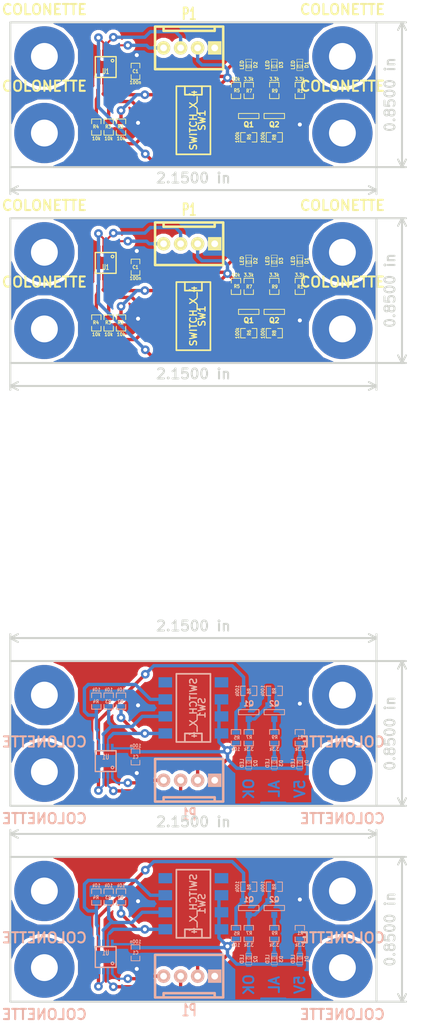
<source format=kicad_pcb>
(kicad_pcb (version 3) (host pcbnew "(2013-07-07 BZR 4022)-stable")
  (title_block (title TEMP_BOARD) (rev V1-00) (company F4DEB) (comment 1 "Carte Capteur de Temperature I2C"))
  (layers (15 Dessus.Cu signal) (0 Dessous.Cu signal))
  (net 0 "")
  (net 1 +5VD)
  (net 2 /SCL)
  (net 3 /SDA)
  (net 4 GND)
  (net 5 N-0000012)
  (net 6 N-0000013)
  (net 7 N-0000016)
  (net 8 N-0000017)
  (net 9 N-0000018)
  (net 10 N-0000019)
  (net 11 N-000002)
  (net 12 N-000003)
  (net 13 N-000006)
  (module COLONETTE (layer Dessous.Cu) (at 60.96 154.94)
    (fp_text reference K1)
    (fp_text value COLONETTE)
    (pad 1 thru_hole circle (at 0 0) (size 8.99922 8.99922) (drill 4.0005) (layers *.Cu))
  )
  (module COLONETTE (layer Dessous.Cu) (at 105.41 154.94)
    (fp_text reference K4)
    (fp_text value COLONETTE)
    (pad 1 thru_hole circle (at 0 0) (size 8.99922 8.99922) (drill 4.0005) (layers *.Cu))
  )
  (module COLONETTE (layer Dessous.Cu) (at 105.41 166.37)
    (fp_text reference K3)
    (fp_text value COLONETTE)
    (pad 1 thru_hole circle (at 0 0) (size 8.99922 8.99922) (drill 4.0005) (layers *.Cu))
  )
  (module COLONETTE (layer Dessous.Cu) (at 60.96 166.37)
    (fp_text reference K2)
    (fp_text value COLONETTE)
    (pad 1 thru_hole circle (at 0 0) (size 8.99922 8.99922) (drill 4.0005) (layers *.Cu))
  )
  (module 8DIPCMS (layer Dessous.Cu) (at 83.185 156.845 90)
    (fp_text reference SW1)
    (fp_text value SWITCH_X_4)
    (pad 1 smd rect (at -3.81 -4.191 90) (size 1.524 2.032) (layers Dessous.Cu Dessous.Pate Dessous.Masque) (net 11 N-000002))
    (pad 2 smd rect (at -1.27 -4.191 90) (size 1.524 2.032) (layers Dessous.Cu Dessous.Pate Dessous.Masque) (net 13 N-000006))
    (pad 3 smd rect (at 1.27 -4.191 90) (size 1.524 2.032) (layers Dessous.Cu Dessous.Pate Dessous.Masque) (net 12 N-000003))
    (pad 4 smd rect (at 3.81 -4.191 90) (size 1.524 2.032) (layers Dessous.Cu Dessous.Pate Dessous.Masque))
    (pad 5 smd rect (at 3.81 4.191 90) (size 1.524 2.032) (layers Dessous.Cu Dessous.Pate Dessous.Masque))
    (pad 6 smd rect (at 1.27 4.191 90) (size 1.524 2.032) (layers Dessous.Cu Dessous.Pate Dessous.Masque) (net 1 +5VD))
    (pad 7 smd rect (at -1.27 4.191 90) (size 1.524 2.032) (layers Dessous.Cu Dessous.Pate Dessous.Masque) (net 1 +5VD))
    (pad 8 smd rect (at -3.81 4.191 90) (size 1.524 2.032) (layers Dessous.Cu Dessous.Pate Dessous.Masque) (net 1 +5VD))
  )
  (module KK-4 (layer Dessous.Cu) (at 78.74 167.64)
    (fp_text reference P1)
    (fp_text value CONN_4 hide)
    (pad 1 thru_hole rect (at 7.62 0) (size 1.99898 1.99898) (drill 1.00076) (layers *.Cu *.Mask Dessous.SilkS) (net 4 GND))
    (pad 2 thru_hole circle (at 5.08 0) (size 1.99898 1.99898) (drill 1.00076) (layers *.Cu *.Mask Dessous.SilkS) (net 1 +5VD))
    (pad 3 thru_hole circle (at 2.54 0) (size 1.99898 1.99898) (drill 1.00076) (layers *.Cu *.Mask Dessous.SilkS) (net 2 /SCL))
    (pad 4 thru_hole circle (at 0 0) (size 1.99898 1.99898) (drill 1.00076) (layers *.Cu *.Mask Dessous.SilkS) (net 3 /SDA))
  )
  (module LED-0603 (layer Dessous.Cu) (at 99.06 165.1 90)
    (fp_text reference D1)
    (fp_text value LED)
    (pad 1 smd rect (at -0.7493 0 90) (size 0.79756 0.79756) (layers Dessous.Cu Dessous.Pate Dessous.Masque) (net 1 +5VD))
    (pad 2 smd rect (at 0.7493 0 90) (size 0.79756 0.79756) (layers Dessous.Cu Dessous.Pate Dessous.Masque) (net 5 N-0000012))
  )
  (module LED-0603 (layer Dessous.Cu) (at 91.44 165.1 90)
    (fp_text reference D2)
    (fp_text value LED)
    (pad 1 smd rect (at -0.7493 0 90) (size 0.79756 0.79756) (layers Dessous.Cu Dessous.Pate Dessous.Masque) (net 1 +5VD))
    (pad 2 smd rect (at 0.7493 0 90) (size 0.79756 0.79756) (layers Dessous.Cu Dessous.Pate Dessous.Masque) (net 8 N-0000017))
  )
  (module LED-0603 (layer Dessous.Cu) (at 95.25 165.1 90)
    (fp_text reference D3)
    (fp_text value LED)
    (pad 1 smd rect (at -0.7493 0 90) (size 0.79756 0.79756) (layers Dessous.Cu Dessous.Pate Dessous.Masque) (net 1 +5VD))
    (pad 2 smd rect (at 0.7493 0 90) (size 0.79756 0.79756) (layers Dessous.Cu Dessous.Pate Dessous.Masque) (net 9 N-0000018))
  )
  (module SM0603_Capa (layer Dessous.Cu) (at 74.549 164.1475 270)
    (fp_text reference C1)
    (fp_text value 100n)
    (pad 1 smd rect (at -0.762 0 270) (size 0.635 1.143) (layers Dessous.Cu Dessous.Pate Dessous.Masque) (net 1 +5VD))
    (pad 2 smd rect (at 0.762 0 270) (size 0.635 1.143) (layers Dessous.Cu Dessous.Pate Dessous.Masque) (net 4 GND))
  )
  (module SM0603_Resistor (layer Dessous.Cu) (at 89.535 161.29 90)
    (fp_text reference R5)
    (fp_text value 10k)
    (pad 1 smd rect (at -0.762 0 90) (size 0.635 1.143) (layers Dessous.Cu Dessous.Pate Dessous.Masque) (net 1 +5VD))
    (pad 2 smd rect (at 0.762 0 90) (size 0.635 1.143) (layers Dessous.Cu Dessous.Pate Dessous.Masque) (net 10 N-0000019))
  )
  (module SM0603_Resistor (layer Dessous.Cu) (at 91.44 161.29 90)
    (fp_text reference R7)
    (fp_text value 3.3k)
    (pad 1 smd rect (at -0.762 0 90) (size 0.635 1.143) (layers Dessous.Cu Dessous.Pate Dessous.Masque) (net 8 N-0000017))
    (pad 2 smd rect (at 0.762 0 90) (size 0.635 1.143) (layers Dessous.Cu Dessous.Pate Dessous.Masque) (net 6 N-0000013))
  )
  (module SM0603_Resistor (layer Dessous.Cu) (at 72.39 155.829 270)
    (fp_text reference R2)
    (fp_text value 10k)
    (pad 1 smd rect (at -0.762 0 270) (size 0.635 1.143) (layers Dessous.Cu Dessous.Pate Dessous.Masque) (net 4 GND))
    (pad 2 smd rect (at 0.762 0 270) (size 0.635 1.143) (layers Dessous.Cu Dessous.Pate Dessous.Masque) (net 11 N-000002))
  )
  (module SM0603_Resistor (layer Dessous.Cu) (at 70.5485 155.829 270)
    (fp_text reference R3)
    (fp_text value 10k)
    (pad 1 smd rect (at -0.762 0 270) (size 0.635 1.143) (layers Dessous.Cu Dessous.Pate Dessous.Masque) (net 4 GND))
    (pad 2 smd rect (at 0.762 0 270) (size 0.635 1.143) (layers Dessous.Cu Dessous.Pate Dessous.Masque) (net 13 N-000006))
  )
  (module SM0603_Resistor (layer Dessous.Cu) (at 68.707 155.829 270)
    (fp_text reference R4)
    (fp_text value 10k)
    (pad 1 smd rect (at -0.762 0 270) (size 0.635 1.143) (layers Dessous.Cu Dessous.Pate Dessous.Masque) (net 4 GND))
    (pad 2 smd rect (at 0.762 0 270) (size 0.635 1.143) (layers Dessous.Cu Dessous.Pate Dessous.Masque) (net 12 N-000003))
  )
  (module SM0603_Resistor (layer Dessous.Cu) (at 99.06 161.29 90)
    (fp_text reference R1)
    (fp_text value 3.3k)
    (pad 1 smd rect (at -0.762 0 90) (size 0.635 1.143) (layers Dessous.Cu Dessous.Pate Dessous.Masque) (net 5 N-0000012))
    (pad 2 smd rect (at 0.762 0 90) (size 0.635 1.143) (layers Dessous.Cu Dessous.Pate Dessous.Masque) (net 4 GND))
  )
  (module SM0603_Resistor (layer Dessous.Cu) (at 91.44 154.305)
    (fp_text reference R6)
    (fp_text value 100k)
    (pad 1 smd rect (at -0.762 0) (size 0.635 1.143) (layers Dessous.Cu Dessous.Pate Dessous.Masque) (net 10 N-0000019))
    (pad 2 smd rect (at 0.762 0) (size 0.635 1.143) (layers Dessous.Cu Dessous.Pate Dessous.Masque) (net 4 GND))
  )
  (module SM0603_Resistor (layer Dessous.Cu) (at 95.25 154.305)
    (fp_text reference R8)
    (fp_text value 100k)
    (pad 1 smd rect (at -0.762 0) (size 0.635 1.143) (layers Dessous.Cu Dessous.Pate Dessous.Masque) (net 6 N-0000013))
    (pad 2 smd rect (at 0.762 0) (size 0.635 1.143) (layers Dessous.Cu Dessous.Pate Dessous.Masque) (net 4 GND))
  )
  (module SM0603_Resistor (layer Dessous.Cu) (at 95.25 161.29 90)
    (fp_text reference R9)
    (fp_text value 3.3k)
    (pad 1 smd rect (at -0.762 0 90) (size 0.635 1.143) (layers Dessous.Cu Dessous.Pate Dessous.Masque) (net 9 N-0000018))
    (pad 2 smd rect (at 0.762 0 90) (size 0.635 1.143) (layers Dessous.Cu Dessous.Pate Dessous.Masque) (net 7 N-0000016))
  )
  (module SOT23EBC (layer Dessous.Cu) (at 95.25 157.48 180)
    (fp_text reference Q2)
    (fp_text value BSS123 hide)
    (pad 1 smd rect (at -0.889 1.016 180) (size 0.9144 0.9144) (layers Dessous.Cu Dessous.Pate Dessous.Masque) (net 4 GND))
    (pad 2 smd rect (at 0.889 1.016 180) (size 0.9144 0.9144) (layers Dessous.Cu Dessous.Pate Dessous.Masque) (net 6 N-0000013))
    (pad 3 smd rect (at 0 -1.016 180) (size 0.9144 0.9144) (layers Dessous.Cu Dessous.Pate Dessous.Masque) (net 7 N-0000016))
  )
  (module SOT23EBC (layer Dessous.Cu) (at 91.44 157.48 180)
    (fp_text reference Q1)
    (fp_text value BSS123 hide)
    (pad 1 smd rect (at -0.889 1.016 180) (size 0.9144 0.9144) (layers Dessous.Cu Dessous.Pate Dessous.Masque) (net 4 GND))
    (pad 2 smd rect (at 0.889 1.016 180) (size 0.9144 0.9144) (layers Dessous.Cu Dessous.Pate Dessous.Masque) (net 10 N-0000019))
    (pad 3 smd rect (at 0 -1.016 180) (size 0.9144 0.9144) (layers Dessous.Cu Dessous.Pate Dessous.Masque) (net 6 N-0000013))
  )
  (module SSOP8-9 (layer Dessous.Cu) (at 70.104 164.7825 180)
    (fp_text reference U1)
    (fp_text value MCP9804 hide)
    (pad 1 smd rect (at -0.98044 -1.99898 180) (size 0.4191 1.1684) (layers Dessous.Cu Dessous.Pate Dessous.Masque) (net 3 /SDA))
    (pad 2 smd rect (at -0.3302 -1.99898 180) (size 0.4191 1.1684) (layers Dessous.Cu Dessous.Pate Dessous.Masque) (net 2 /SCL))
    (pad 3 smd rect (at 0.3302 -1.99898 180) (size 0.4191 1.1684) (layers Dessous.Cu Dessous.Pate Dessous.Masque) (net 10 N-0000019))
    (pad 4 smd rect (at 0.98044 -1.99898 180) (size 0.4191 1.1684) (layers Dessous.Cu Dessous.Pate Dessous.Masque) (net 4 GND))
    (pad 5 smd rect (at 0.98044 1.99898 180) (size 0.4191 1.1684) (layers Dessous.Cu Dessous.Pate Dessous.Masque) (net 12 N-000003))
    (pad 6 smd rect (at 0.3302 1.99898 180) (size 0.4191 1.1684) (layers Dessous.Cu Dessous.Pate Dessous.Masque) (net 13 N-000006))
    (pad 7 smd rect (at -0.3302 1.99898 180) (size 0.4191 1.1684) (layers Dessous.Cu Dessous.Pate Dessous.Masque) (net 11 N-000002))
    (pad 8 smd rect (at -0.98044 1.99898 180) (size 0.4191 1.1684) (layers Dessous.Cu Dessous.Pate Dessous.Masque) (net 1 +5VD))
    (pad 9 smd rect (at 0 0 180) (size 6 1.5) (layers Dessous.Cu Dessous.Pate Dessous.Masque) (net 4 GND))
  )
  (module SSOP8-9 (layer Dessous.Cu) (at 70.104 135.5725 180)
    (fp_text reference U1)
    (fp_text value MCP9804 hide)
    (pad 1 smd rect (at -0.98044 -1.99898 180) (size 0.4191 1.1684) (layers Dessous.Cu Dessous.Pate Dessous.Masque) (net 3 /SDA))
    (pad 2 smd rect (at -0.3302 -1.99898 180) (size 0.4191 1.1684) (layers Dessous.Cu Dessous.Pate Dessous.Masque) (net 2 /SCL))
    (pad 3 smd rect (at 0.3302 -1.99898 180) (size 0.4191 1.1684) (layers Dessous.Cu Dessous.Pate Dessous.Masque) (net 10 N-0000019))
    (pad 4 smd rect (at 0.98044 -1.99898 180) (size 0.4191 1.1684) (layers Dessous.Cu Dessous.Pate Dessous.Masque) (net 4 GND))
    (pad 5 smd rect (at 0.98044 1.99898 180) (size 0.4191 1.1684) (layers Dessous.Cu Dessous.Pate Dessous.Masque) (net 12 N-000003))
    (pad 6 smd rect (at 0.3302 1.99898 180) (size 0.4191 1.1684) (layers Dessous.Cu Dessous.Pate Dessous.Masque) (net 13 N-000006))
    (pad 7 smd rect (at -0.3302 1.99898 180) (size 0.4191 1.1684) (layers Dessous.Cu Dessous.Pate Dessous.Masque) (net 11 N-000002))
    (pad 8 smd rect (at -0.98044 1.99898 180) (size 0.4191 1.1684) (layers Dessous.Cu Dessous.Pate Dessous.Masque) (net 1 +5VD))
    (pad 9 smd rect (at 0 0 180) (size 6 1.5) (layers Dessous.Cu Dessous.Pate Dessous.Masque) (net 4 GND))
  )
  (module SOT23EBC (layer Dessous.Cu) (at 91.44 128.27 180)
    (fp_text reference Q1)
    (fp_text value BSS123 hide)
    (pad 1 smd rect (at -0.889 1.016 180) (size 0.9144 0.9144) (layers Dessous.Cu Dessous.Pate Dessous.Masque) (net 4 GND))
    (pad 2 smd rect (at 0.889 1.016 180) (size 0.9144 0.9144) (layers Dessous.Cu Dessous.Pate Dessous.Masque) (net 10 N-0000019))
    (pad 3 smd rect (at 0 -1.016 180) (size 0.9144 0.9144) (layers Dessous.Cu Dessous.Pate Dessous.Masque) (net 6 N-0000013))
  )
  (module SOT23EBC (layer Dessous.Cu) (at 95.25 128.27 180)
    (fp_text reference Q2)
    (fp_text value BSS123 hide)
    (pad 1 smd rect (at -0.889 1.016 180) (size 0.9144 0.9144) (layers Dessous.Cu Dessous.Pate Dessous.Masque) (net 4 GND))
    (pad 2 smd rect (at 0.889 1.016 180) (size 0.9144 0.9144) (layers Dessous.Cu Dessous.Pate Dessous.Masque) (net 6 N-0000013))
    (pad 3 smd rect (at 0 -1.016 180) (size 0.9144 0.9144) (layers Dessous.Cu Dessous.Pate Dessous.Masque) (net 7 N-0000016))
  )
  (module SM0603_Resistor (layer Dessous.Cu) (at 95.25 132.08 90)
    (fp_text reference R9)
    (fp_text value 3.3k)
    (pad 1 smd rect (at -0.762 0 90) (size 0.635 1.143) (layers Dessous.Cu Dessous.Pate Dessous.Masque) (net 9 N-0000018))
    (pad 2 smd rect (at 0.762 0 90) (size 0.635 1.143) (layers Dessous.Cu Dessous.Pate Dessous.Masque) (net 7 N-0000016))
  )
  (module SM0603_Resistor (layer Dessous.Cu) (at 95.25 125.095)
    (fp_text reference R8)
    (fp_text value 100k)
    (pad 1 smd rect (at -0.762 0) (size 0.635 1.143) (layers Dessous.Cu Dessous.Pate Dessous.Masque) (net 6 N-0000013))
    (pad 2 smd rect (at 0.762 0) (size 0.635 1.143) (layers Dessous.Cu Dessous.Pate Dessous.Masque) (net 4 GND))
  )
  (module SM0603_Resistor (layer Dessous.Cu) (at 91.44 125.095)
    (fp_text reference R6)
    (fp_text value 100k)
    (pad 1 smd rect (at -0.762 0) (size 0.635 1.143) (layers Dessous.Cu Dessous.Pate Dessous.Masque) (net 10 N-0000019))
    (pad 2 smd rect (at 0.762 0) (size 0.635 1.143) (layers Dessous.Cu Dessous.Pate Dessous.Masque) (net 4 GND))
  )
  (module SM0603_Resistor (layer Dessous.Cu) (at 99.06 132.08 90)
    (fp_text reference R1)
    (fp_text value 3.3k)
    (pad 1 smd rect (at -0.762 0 90) (size 0.635 1.143) (layers Dessous.Cu Dessous.Pate Dessous.Masque) (net 5 N-0000012))
    (pad 2 smd rect (at 0.762 0 90) (size 0.635 1.143) (layers Dessous.Cu Dessous.Pate Dessous.Masque) (net 4 GND))
  )
  (module SM0603_Resistor (layer Dessous.Cu) (at 68.707 126.619 270)
    (fp_text reference R4)
    (fp_text value 10k)
    (pad 1 smd rect (at -0.762 0 270) (size 0.635 1.143) (layers Dessous.Cu Dessous.Pate Dessous.Masque) (net 4 GND))
    (pad 2 smd rect (at 0.762 0 270) (size 0.635 1.143) (layers Dessous.Cu Dessous.Pate Dessous.Masque) (net 12 N-000003))
  )
  (module SM0603_Resistor (layer Dessous.Cu) (at 70.5485 126.619 270)
    (fp_text reference R3)
    (fp_text value 10k)
    (pad 1 smd rect (at -0.762 0 270) (size 0.635 1.143) (layers Dessous.Cu Dessous.Pate Dessous.Masque) (net 4 GND))
    (pad 2 smd rect (at 0.762 0 270) (size 0.635 1.143) (layers Dessous.Cu Dessous.Pate Dessous.Masque) (net 13 N-000006))
  )
  (module SM0603_Resistor (layer Dessous.Cu) (at 72.39 126.619 270)
    (fp_text reference R2)
    (fp_text value 10k)
    (pad 1 smd rect (at -0.762 0 270) (size 0.635 1.143) (layers Dessous.Cu Dessous.Pate Dessous.Masque) (net 4 GND))
    (pad 2 smd rect (at 0.762 0 270) (size 0.635 1.143) (layers Dessous.Cu Dessous.Pate Dessous.Masque) (net 11 N-000002))
  )
  (module SM0603_Resistor (layer Dessous.Cu) (at 91.44 132.08 90)
    (fp_text reference R7)
    (fp_text value 3.3k)
    (pad 1 smd rect (at -0.762 0 90) (size 0.635 1.143) (layers Dessous.Cu Dessous.Pate Dessous.Masque) (net 8 N-0000017))
    (pad 2 smd rect (at 0.762 0 90) (size 0.635 1.143) (layers Dessous.Cu Dessous.Pate Dessous.Masque) (net 6 N-0000013))
  )
  (module SM0603_Resistor (layer Dessous.Cu) (at 89.535 132.08 90)
    (fp_text reference R5)
    (fp_text value 10k)
    (pad 1 smd rect (at -0.762 0 90) (size 0.635 1.143) (layers Dessous.Cu Dessous.Pate Dessous.Masque) (net 1 +5VD))
    (pad 2 smd rect (at 0.762 0 90) (size 0.635 1.143) (layers Dessous.Cu Dessous.Pate Dessous.Masque) (net 10 N-0000019))
  )
  (module SM0603_Capa (layer Dessous.Cu) (at 74.549 134.9375 270)
    (fp_text reference C1)
    (fp_text value 100n)
    (pad 1 smd rect (at -0.762 0 270) (size 0.635 1.143) (layers Dessous.Cu Dessous.Pate Dessous.Masque) (net 1 +5VD))
    (pad 2 smd rect (at 0.762 0 270) (size 0.635 1.143) (layers Dessous.Cu Dessous.Pate Dessous.Masque) (net 4 GND))
  )
  (module LED-0603 (layer Dessous.Cu) (at 95.25 135.89 90)
    (fp_text reference D3)
    (fp_text value LED)
    (pad 1 smd rect (at -0.7493 0 90) (size 0.79756 0.79756) (layers Dessous.Cu Dessous.Pate Dessous.Masque) (net 1 +5VD))
    (pad 2 smd rect (at 0.7493 0 90) (size 0.79756 0.79756) (layers Dessous.Cu Dessous.Pate Dessous.Masque) (net 9 N-0000018))
  )
  (module LED-0603 (layer Dessous.Cu) (at 91.44 135.89 90)
    (fp_text reference D2)
    (fp_text value LED)
    (pad 1 smd rect (at -0.7493 0 90) (size 0.79756 0.79756) (layers Dessous.Cu Dessous.Pate Dessous.Masque) (net 1 +5VD))
    (pad 2 smd rect (at 0.7493 0 90) (size 0.79756 0.79756) (layers Dessous.Cu Dessous.Pate Dessous.Masque) (net 8 N-0000017))
  )
  (module LED-0603 (layer Dessous.Cu) (at 99.06 135.89 90)
    (fp_text reference D1)
    (fp_text value LED)
    (pad 1 smd rect (at -0.7493 0 90) (size 0.79756 0.79756) (layers Dessous.Cu Dessous.Pate Dessous.Masque) (net 1 +5VD))
    (pad 2 smd rect (at 0.7493 0 90) (size 0.79756 0.79756) (layers Dessous.Cu Dessous.Pate Dessous.Masque) (net 5 N-0000012))
  )
  (module KK-4 (layer Dessous.Cu) (at 78.74 138.43)
    (fp_text reference P1)
    (fp_text value CONN_4 hide)
    (pad 1 thru_hole rect (at 7.62 0) (size 1.99898 1.99898) (drill 1.00076) (layers *.Cu *.Mask Dessous.SilkS) (net 4 GND))
    (pad 2 thru_hole circle (at 5.08 0) (size 1.99898 1.99898) (drill 1.00076) (layers *.Cu *.Mask Dessous.SilkS) (net 1 +5VD))
    (pad 3 thru_hole circle (at 2.54 0) (size 1.99898 1.99898) (drill 1.00076) (layers *.Cu *.Mask Dessous.SilkS) (net 2 /SCL))
    (pad 4 thru_hole circle (at 0 0) (size 1.99898 1.99898) (drill 1.00076) (layers *.Cu *.Mask Dessous.SilkS) (net 3 /SDA))
  )
  (module 8DIPCMS (layer Dessous.Cu) (at 83.185 127.635 90)
    (fp_text reference SW1)
    (fp_text value SWITCH_X_4)
    (pad 1 smd rect (at -3.81 -4.191 90) (size 1.524 2.032) (layers Dessous.Cu Dessous.Pate Dessous.Masque) (net 11 N-000002))
    (pad 2 smd rect (at -1.27 -4.191 90) (size 1.524 2.032) (layers Dessous.Cu Dessous.Pate Dessous.Masque) (net 13 N-000006))
    (pad 3 smd rect (at 1.27 -4.191 90) (size 1.524 2.032) (layers Dessous.Cu Dessous.Pate Dessous.Masque) (net 12 N-000003))
    (pad 4 smd rect (at 3.81 -4.191 90) (size 1.524 2.032) (layers Dessous.Cu Dessous.Pate Dessous.Masque))
    (pad 5 smd rect (at 3.81 4.191 90) (size 1.524 2.032) (layers Dessous.Cu Dessous.Pate Dessous.Masque))
    (pad 6 smd rect (at 1.27 4.191 90) (size 1.524 2.032) (layers Dessous.Cu Dessous.Pate Dessous.Masque) (net 1 +5VD))
    (pad 7 smd rect (at -1.27 4.191 90) (size 1.524 2.032) (layers Dessous.Cu Dessous.Pate Dessous.Masque) (net 1 +5VD))
    (pad 8 smd rect (at -3.81 4.191 90) (size 1.524 2.032) (layers Dessous.Cu Dessous.Pate Dessous.Masque) (net 1 +5VD))
  )
  (module COLONETTE (layer Dessous.Cu) (at 60.96 137.16)
    (fp_text reference K2)
    (fp_text value COLONETTE)
    (pad 1 thru_hole circle (at 0 0) (size 8.99922 8.99922) (drill 4.0005) (layers *.Cu))
  )
  (module COLONETTE (layer Dessous.Cu) (at 105.41 137.16)
    (fp_text reference K3)
    (fp_text value COLONETTE)
    (pad 1 thru_hole circle (at 0 0) (size 8.99922 8.99922) (drill 4.0005) (layers *.Cu))
  )
  (module COLONETTE (layer Dessous.Cu) (at 105.41 125.73)
    (fp_text reference K4)
    (fp_text value COLONETTE)
    (pad 1 thru_hole circle (at 0 0) (size 8.99922 8.99922) (drill 4.0005) (layers *.Cu))
  )
  (module COLONETTE (layer Dessous.Cu) (at 60.96 125.73)
    (fp_text reference K1)
    (fp_text value COLONETTE)
    (pad 1 thru_hole circle (at 0 0) (size 8.99922 8.99922) (drill 4.0005) (layers *.Cu))
  )
  (module COLONETTE (layer Dessus.Cu) (at 60.96 71.12)
    (fp_text reference K1)
    (fp_text value COLONETTE)
    (pad 1 thru_hole circle (at 0 0) (size 8.99922 8.99922) (drill 4.0005) (layers *.Cu))
  )
  (module COLONETTE (layer Dessus.Cu) (at 105.41 71.12)
    (fp_text reference K4)
    (fp_text value COLONETTE)
    (pad 1 thru_hole circle (at 0 0) (size 8.99922 8.99922) (drill 4.0005) (layers *.Cu))
  )
  (module COLONETTE (layer Dessus.Cu) (at 105.41 59.69)
    (fp_text reference K3)
    (fp_text value COLONETTE)
    (pad 1 thru_hole circle (at 0 0) (size 8.99922 8.99922) (drill 4.0005) (layers *.Cu))
  )
  (module COLONETTE (layer Dessus.Cu) (at 60.96 59.69)
    (fp_text reference K2)
    (fp_text value COLONETTE)
    (pad 1 thru_hole circle (at 0 0) (size 8.99922 8.99922) (drill 4.0005) (layers *.Cu))
  )
  (module 8DIPCMS (layer Dessus.Cu) (at 83.185 69.215 270)
    (fp_text reference SW1)
    (fp_text value SWITCH_X_4)
    (pad 1 smd rect (at -3.81 4.191 270) (size 1.524 2.032) (layers Dessus.Cu Dessus.Pate Dessus.Masque) (net 11 N-000002))
    (pad 2 smd rect (at -1.27 4.191 270) (size 1.524 2.032) (layers Dessus.Cu Dessus.Pate Dessus.Masque) (net 13 N-000006))
    (pad 3 smd rect (at 1.27 4.191 270) (size 1.524 2.032) (layers Dessus.Cu Dessus.Pate Dessus.Masque) (net 12 N-000003))
    (pad 4 smd rect (at 3.81 4.191 270) (size 1.524 2.032) (layers Dessus.Cu Dessus.Pate Dessus.Masque))
    (pad 5 smd rect (at 3.81 -4.191 270) (size 1.524 2.032) (layers Dessus.Cu Dessus.Pate Dessus.Masque))
    (pad 6 smd rect (at 1.27 -4.191 270) (size 1.524 2.032) (layers Dessus.Cu Dessus.Pate Dessus.Masque) (net 1 +5VD))
    (pad 7 smd rect (at -1.27 -4.191 270) (size 1.524 2.032) (layers Dessus.Cu Dessus.Pate Dessus.Masque) (net 1 +5VD))
    (pad 8 smd rect (at -3.81 -4.191 270) (size 1.524 2.032) (layers Dessus.Cu Dessus.Pate Dessus.Masque) (net 1 +5VD))
  )
  (module KK-4 (layer Dessus.Cu) (at 78.74 58.42)
    (fp_text reference P1)
    (fp_text value CONN_4 hide)
    (pad 1 thru_hole rect (at 7.62 0) (size 1.99898 1.99898) (drill 1.00076) (layers *.Cu *.Mask Dessus.SilkS) (net 4 GND))
    (pad 2 thru_hole circle (at 5.08 0) (size 1.99898 1.99898) (drill 1.00076) (layers *.Cu *.Mask Dessus.SilkS) (net 1 +5VD))
    (pad 3 thru_hole circle (at 2.54 0) (size 1.99898 1.99898) (drill 1.00076) (layers *.Cu *.Mask Dessus.SilkS) (net 2 /SCL))
    (pad 4 thru_hole circle (at 0 0) (size 1.99898 1.99898) (drill 1.00076) (layers *.Cu *.Mask Dessus.SilkS) (net 3 /SDA))
  )
  (module LED-0603 (layer Dessus.Cu) (at 99.06 60.96 270)
    (fp_text reference D1)
    (fp_text value LED)
    (pad 1 smd rect (at -0.7493 0 270) (size 0.79756 0.79756) (layers Dessus.Cu Dessus.Pate Dessus.Masque) (net 1 +5VD))
    (pad 2 smd rect (at 0.7493 0 270) (size 0.79756 0.79756) (layers Dessus.Cu Dessus.Pate Dessus.Masque) (net 5 N-0000012))
  )
  (module LED-0603 (layer Dessus.Cu) (at 91.44 60.96 270)
    (fp_text reference D2)
    (fp_text value LED)
    (pad 1 smd rect (at -0.7493 0 270) (size 0.79756 0.79756) (layers Dessus.Cu Dessus.Pate Dessus.Masque) (net 1 +5VD))
    (pad 2 smd rect (at 0.7493 0 270) (size 0.79756 0.79756) (layers Dessus.Cu Dessus.Pate Dessus.Masque) (net 8 N-0000017))
  )
  (module LED-0603 (layer Dessus.Cu) (at 95.25 60.96 270)
    (fp_text reference D3)
    (fp_text value LED)
    (pad 1 smd rect (at -0.7493 0 270) (size 0.79756 0.79756) (layers Dessus.Cu Dessus.Pate Dessus.Masque) (net 1 +5VD))
    (pad 2 smd rect (at 0.7493 0 270) (size 0.79756 0.79756) (layers Dessus.Cu Dessus.Pate Dessus.Masque) (net 9 N-0000018))
  )
  (module SM0603_Capa (layer Dessus.Cu) (at 74.549 61.9125 90)
    (fp_text reference C1)
    (fp_text value 100n)
    (pad 1 smd rect (at -0.762 0 90) (size 0.635 1.143) (layers Dessus.Cu Dessus.Pate Dessus.Masque) (net 1 +5VD))
    (pad 2 smd rect (at 0.762 0 90) (size 0.635 1.143) (layers Dessus.Cu Dessus.Pate Dessus.Masque) (net 4 GND))
  )
  (module SM0603_Resistor (layer Dessus.Cu) (at 89.535 64.77 270)
    (fp_text reference R5)
    (fp_text value 10k)
    (pad 1 smd rect (at -0.762 0 270) (size 0.635 1.143) (layers Dessus.Cu Dessus.Pate Dessus.Masque) (net 1 +5VD))
    (pad 2 smd rect (at 0.762 0 270) (size 0.635 1.143) (layers Dessus.Cu Dessus.Pate Dessus.Masque) (net 10 N-0000019))
  )
  (module SM0603_Resistor (layer Dessus.Cu) (at 91.44 64.77 270)
    (fp_text reference R7)
    (fp_text value 3.3k)
    (pad 1 smd rect (at -0.762 0 270) (size 0.635 1.143) (layers Dessus.Cu Dessus.Pate Dessus.Masque) (net 8 N-0000017))
    (pad 2 smd rect (at 0.762 0 270) (size 0.635 1.143) (layers Dessus.Cu Dessus.Pate Dessus.Masque) (net 6 N-0000013))
  )
  (module SM0603_Resistor (layer Dessus.Cu) (at 72.39 70.231 90)
    (fp_text reference R2)
    (fp_text value 10k)
    (pad 1 smd rect (at -0.762 0 90) (size 0.635 1.143) (layers Dessus.Cu Dessus.Pate Dessus.Masque) (net 4 GND))
    (pad 2 smd rect (at 0.762 0 90) (size 0.635 1.143) (layers Dessus.Cu Dessus.Pate Dessus.Masque) (net 11 N-000002))
  )
  (module SM0603_Resistor (layer Dessus.Cu) (at 70.5485 70.231 90)
    (fp_text reference R3)
    (fp_text value 10k)
    (pad 1 smd rect (at -0.762 0 90) (size 0.635 1.143) (layers Dessus.Cu Dessus.Pate Dessus.Masque) (net 4 GND))
    (pad 2 smd rect (at 0.762 0 90) (size 0.635 1.143) (layers Dessus.Cu Dessus.Pate Dessus.Masque) (net 13 N-000006))
  )
  (module SM0603_Resistor (layer Dessus.Cu) (at 68.707 70.231 90)
    (fp_text reference R4)
    (fp_text value 10k)
    (pad 1 smd rect (at -0.762 0 90) (size 0.635 1.143) (layers Dessus.Cu Dessus.Pate Dessus.Masque) (net 4 GND))
    (pad 2 smd rect (at 0.762 0 90) (size 0.635 1.143) (layers Dessus.Cu Dessus.Pate Dessus.Masque) (net 12 N-000003))
  )
  (module SM0603_Resistor (layer Dessus.Cu) (at 99.06 64.77 270)
    (fp_text reference R1)
    (fp_text value 3.3k)
    (pad 1 smd rect (at -0.762 0 270) (size 0.635 1.143) (layers Dessus.Cu Dessus.Pate Dessus.Masque) (net 5 N-0000012))
    (pad 2 smd rect (at 0.762 0 270) (size 0.635 1.143) (layers Dessus.Cu Dessus.Pate Dessus.Masque) (net 4 GND))
  )
  (module SM0603_Resistor (layer Dessus.Cu) (at 91.44 71.755)
    (fp_text reference R6)
    (fp_text value 100k)
    (pad 1 smd rect (at -0.762 0) (size 0.635 1.143) (layers Dessus.Cu Dessus.Pate Dessus.Masque) (net 10 N-0000019))
    (pad 2 smd rect (at 0.762 0) (size 0.635 1.143) (layers Dessus.Cu Dessus.Pate Dessus.Masque) (net 4 GND))
  )
  (module SM0603_Resistor (layer Dessus.Cu) (at 95.25 71.755)
    (fp_text reference R8)
    (fp_text value 100k)
    (pad 1 smd rect (at -0.762 0) (size 0.635 1.143) (layers Dessus.Cu Dessus.Pate Dessus.Masque) (net 6 N-0000013))
    (pad 2 smd rect (at 0.762 0) (size 0.635 1.143) (layers Dessus.Cu Dessus.Pate Dessus.Masque) (net 4 GND))
  )
  (module SM0603_Resistor (layer Dessus.Cu) (at 95.25 64.77 270)
    (fp_text reference R9)
    (fp_text value 3.3k)
    (pad 1 smd rect (at -0.762 0 270) (size 0.635 1.143) (layers Dessus.Cu Dessus.Pate Dessus.Masque) (net 9 N-0000018))
    (pad 2 smd rect (at 0.762 0 270) (size 0.635 1.143) (layers Dessus.Cu Dessus.Pate Dessus.Masque) (net 7 N-0000016))
  )
  (module SOT23EBC (layer Dessus.Cu) (at 95.25 68.58 180)
    (fp_text reference Q2)
    (fp_text value BSS123 hide)
    (pad 1 smd rect (at -0.889 -1.016 180) (size 0.9144 0.9144) (layers Dessus.Cu Dessus.Pate Dessus.Masque) (net 4 GND))
    (pad 2 smd rect (at 0.889 -1.016 180) (size 0.9144 0.9144) (layers Dessus.Cu Dessus.Pate Dessus.Masque) (net 6 N-0000013))
    (pad 3 smd rect (at 0 1.016 180) (size 0.9144 0.9144) (layers Dessus.Cu Dessus.Pate Dessus.Masque) (net 7 N-0000016))
  )
  (module SOT23EBC (layer Dessus.Cu) (at 91.44 68.58 180)
    (fp_text reference Q1)
    (fp_text value BSS123 hide)
    (pad 1 smd rect (at -0.889 -1.016 180) (size 0.9144 0.9144) (layers Dessus.Cu Dessus.Pate Dessus.Masque) (net 4 GND))
    (pad 2 smd rect (at 0.889 -1.016 180) (size 0.9144 0.9144) (layers Dessus.Cu Dessus.Pate Dessus.Masque) (net 10 N-0000019))
    (pad 3 smd rect (at 0 1.016 180) (size 0.9144 0.9144) (layers Dessus.Cu Dessus.Pate Dessus.Masque) (net 6 N-0000013))
  )
  (module SSOP8-9 (layer Dessus.Cu) (at 70.104 61.2775 180)
    (fp_text reference U1)
    (fp_text value MCP9804 hide)
    (pad 1 smd rect (at -0.98044 1.99898 180) (size 0.4191 1.1684) (layers Dessus.Cu Dessus.Pate Dessus.Masque) (net 3 /SDA))
    (pad 2 smd rect (at -0.3302 1.99898 180) (size 0.4191 1.1684) (layers Dessus.Cu Dessus.Pate Dessus.Masque) (net 2 /SCL))
    (pad 3 smd rect (at 0.3302 1.99898 180) (size 0.4191 1.1684) (layers Dessus.Cu Dessus.Pate Dessus.Masque) (net 10 N-0000019))
    (pad 4 smd rect (at 0.98044 1.99898 180) (size 0.4191 1.1684) (layers Dessus.Cu Dessus.Pate Dessus.Masque) (net 4 GND))
    (pad 5 smd rect (at 0.98044 -1.99898 180) (size 0.4191 1.1684) (layers Dessus.Cu Dessus.Pate Dessus.Masque) (net 12 N-000003))
    (pad 6 smd rect (at 0.3302 -1.99898 180) (size 0.4191 1.1684) (layers Dessus.Cu Dessus.Pate Dessus.Masque) (net 13 N-000006))
    (pad 7 smd rect (at -0.3302 -1.99898 180) (size 0.4191 1.1684) (layers Dessus.Cu Dessus.Pate Dessus.Masque) (net 11 N-000002))
    (pad 8 smd rect (at -0.98044 -1.99898 180) (size 0.4191 1.1684) (layers Dessus.Cu Dessus.Pate Dessus.Masque) (net 1 +5VD))
    (pad 9 smd rect (at 0 0 180) (size 6 1.5) (layers Dessus.Cu Dessus.Pate Dessus.Masque) (net 4 GND))
  )
  (module SSOP8-9 (layer Dessus.Cu) (at 70.104 32.0675 180)
    (fp_text reference U1)
    (fp_text value MCP9804 hide)
    (pad 1 smd rect (at -0.98044 1.99898 180) (size 0.4191 1.1684) (layers Dessus.Cu Dessus.Pate Dessus.Masque) (net 3 /SDA))
    (pad 2 smd rect (at -0.3302 1.99898 180) (size 0.4191 1.1684) (layers Dessus.Cu Dessus.Pate Dessus.Masque) (net 2 /SCL))
    (pad 3 smd rect (at 0.3302 1.99898 180) (size 0.4191 1.1684) (layers Dessus.Cu Dessus.Pate Dessus.Masque) (net 10 N-0000019))
    (pad 4 smd rect (at 0.98044 1.99898 180) (size 0.4191 1.1684) (layers Dessus.Cu Dessus.Pate Dessus.Masque) (net 4 GND))
    (pad 5 smd rect (at 0.98044 -1.99898 180) (size 0.4191 1.1684) (layers Dessus.Cu Dessus.Pate Dessus.Masque) (net 12 N-000003))
    (pad 6 smd rect (at 0.3302 -1.99898 180) (size 0.4191 1.1684) (layers Dessus.Cu Dessus.Pate Dessus.Masque) (net 13 N-000006))
    (pad 7 smd rect (at -0.3302 -1.99898 180) (size 0.4191 1.1684) (layers Dessus.Cu Dessus.Pate Dessus.Masque) (net 11 N-000002))
    (pad 8 smd rect (at -0.98044 -1.99898 180) (size 0.4191 1.1684) (layers Dessus.Cu Dessus.Pate Dessus.Masque) (net 1 +5VD))
    (pad 9 smd rect (at 0 0 180) (size 6 1.5) (layers Dessus.Cu Dessus.Pate Dessus.Masque) (net 4 GND))
  )
  (module SOT23EBC (layer Dessus.Cu) (at 91.44 39.37 180)
    (fp_text reference Q1)
    (fp_text value BSS123 hide)
    (pad 1 smd rect (at -0.889 -1.016 180) (size 0.9144 0.9144) (layers Dessus.Cu Dessus.Pate Dessus.Masque) (net 4 GND))
    (pad 2 smd rect (at 0.889 -1.016 180) (size 0.9144 0.9144) (layers Dessus.Cu Dessus.Pate Dessus.Masque) (net 10 N-0000019))
    (pad 3 smd rect (at 0 1.016 180) (size 0.9144 0.9144) (layers Dessus.Cu Dessus.Pate Dessus.Masque) (net 6 N-0000013))
  )
  (module SOT23EBC (layer Dessus.Cu) (at 95.25 39.37 180)
    (fp_text reference Q2)
    (fp_text value BSS123 hide)
    (pad 1 smd rect (at -0.889 -1.016 180) (size 0.9144 0.9144) (layers Dessus.Cu Dessus.Pate Dessus.Masque) (net 4 GND))
    (pad 2 smd rect (at 0.889 -1.016 180) (size 0.9144 0.9144) (layers Dessus.Cu Dessus.Pate Dessus.Masque) (net 6 N-0000013))
    (pad 3 smd rect (at 0 1.016 180) (size 0.9144 0.9144) (layers Dessus.Cu Dessus.Pate Dessus.Masque) (net 7 N-0000016))
  )
  (module SM0603_Resistor (layer Dessus.Cu) (at 95.25 35.56 270)
    (fp_text reference R9)
    (fp_text value 3.3k)
    (pad 1 smd rect (at -0.762 0 270) (size 0.635 1.143) (layers Dessus.Cu Dessus.Pate Dessus.Masque) (net 9 N-0000018))
    (pad 2 smd rect (at 0.762 0 270) (size 0.635 1.143) (layers Dessus.Cu Dessus.Pate Dessus.Masque) (net 7 N-0000016))
  )
  (module SM0603_Resistor (layer Dessus.Cu) (at 95.25 42.545)
    (fp_text reference R8)
    (fp_text value 100k)
    (pad 1 smd rect (at -0.762 0) (size 0.635 1.143) (layers Dessus.Cu Dessus.Pate Dessus.Masque) (net 6 N-0000013))
    (pad 2 smd rect (at 0.762 0) (size 0.635 1.143) (layers Dessus.Cu Dessus.Pate Dessus.Masque) (net 4 GND))
  )
  (module SM0603_Resistor (layer Dessus.Cu) (at 91.44 42.545)
    (fp_text reference R6)
    (fp_text value 100k)
    (pad 1 smd rect (at -0.762 0) (size 0.635 1.143) (layers Dessus.Cu Dessus.Pate Dessus.Masque) (net 10 N-0000019))
    (pad 2 smd rect (at 0.762 0) (size 0.635 1.143) (layers Dessus.Cu Dessus.Pate Dessus.Masque) (net 4 GND))
  )
  (module SM0603_Resistor (layer Dessus.Cu) (at 99.06 35.56 270)
    (fp_text reference R1)
    (fp_text value 3.3k)
    (pad 1 smd rect (at -0.762 0 270) (size 0.635 1.143) (layers Dessus.Cu Dessus.Pate Dessus.Masque) (net 5 N-0000012))
    (pad 2 smd rect (at 0.762 0 270) (size 0.635 1.143) (layers Dessus.Cu Dessus.Pate Dessus.Masque) (net 4 GND))
  )
  (module SM0603_Resistor (layer Dessus.Cu) (at 68.707 41.021 90)
    (fp_text reference R4)
    (fp_text value 10k)
    (pad 1 smd rect (at -0.762 0 90) (size 0.635 1.143) (layers Dessus.Cu Dessus.Pate Dessus.Masque) (net 4 GND))
    (pad 2 smd rect (at 0.762 0 90) (size 0.635 1.143) (layers Dessus.Cu Dessus.Pate Dessus.Masque) (net 12 N-000003))
  )
  (module SM0603_Resistor (layer Dessus.Cu) (at 70.5485 41.021 90)
    (fp_text reference R3)
    (fp_text value 10k)
    (pad 1 smd rect (at -0.762 0 90) (size 0.635 1.143) (layers Dessus.Cu Dessus.Pate Dessus.Masque) (net 4 GND))
    (pad 2 smd rect (at 0.762 0 90) (size 0.635 1.143) (layers Dessus.Cu Dessus.Pate Dessus.Masque) (net 13 N-000006))
  )
  (module SM0603_Resistor (layer Dessus.Cu) (at 72.39 41.021 90)
    (fp_text reference R2)
    (fp_text value 10k)
    (pad 1 smd rect (at -0.762 0 90) (size 0.635 1.143) (layers Dessus.Cu Dessus.Pate Dessus.Masque) (net 4 GND))
    (pad 2 smd rect (at 0.762 0 90) (size 0.635 1.143) (layers Dessus.Cu Dessus.Pate Dessus.Masque) (net 11 N-000002))
  )
  (module SM0603_Resistor (layer Dessus.Cu) (at 91.44 35.56 270)
    (fp_text reference R7)
    (fp_text value 3.3k)
    (pad 1 smd rect (at -0.762 0 270) (size 0.635 1.143) (layers Dessus.Cu Dessus.Pate Dessus.Masque) (net 8 N-0000017))
    (pad 2 smd rect (at 0.762 0 270) (size 0.635 1.143) (layers Dessus.Cu Dessus.Pate Dessus.Masque) (net 6 N-0000013))
  )
  (module SM0603_Resistor (layer Dessus.Cu) (at 89.535 35.56 270)
    (fp_text reference R5)
    (fp_text value 10k)
    (pad 1 smd rect (at -0.762 0 270) (size 0.635 1.143) (layers Dessus.Cu Dessus.Pate Dessus.Masque) (net 1 +5VD))
    (pad 2 smd rect (at 0.762 0 270) (size 0.635 1.143) (layers Dessus.Cu Dessus.Pate Dessus.Masque) (net 10 N-0000019))
  )
  (module SM0603_Capa (layer Dessus.Cu) (at 74.549 32.7025 90)
    (fp_text reference C1)
    (fp_text value 100n)
    (pad 1 smd rect (at -0.762 0 90) (size 0.635 1.143) (layers Dessus.Cu Dessus.Pate Dessus.Masque) (net 1 +5VD))
    (pad 2 smd rect (at 0.762 0 90) (size 0.635 1.143) (layers Dessus.Cu Dessus.Pate Dessus.Masque) (net 4 GND))
  )
  (module LED-0603 (layer Dessus.Cu) (at 95.25 31.75 270)
    (fp_text reference D3)
    (fp_text value LED)
    (pad 1 smd rect (at -0.7493 0 270) (size 0.79756 0.79756) (layers Dessus.Cu Dessus.Pate Dessus.Masque) (net 1 +5VD))
    (pad 2 smd rect (at 0.7493 0 270) (size 0.79756 0.79756) (layers Dessus.Cu Dessus.Pate Dessus.Masque) (net 9 N-0000018))
  )
  (module LED-0603 (layer Dessus.Cu) (at 91.44 31.75 270)
    (fp_text reference D2)
    (fp_text value LED)
    (pad 1 smd rect (at -0.7493 0 270) (size 0.79756 0.79756) (layers Dessus.Cu Dessus.Pate Dessus.Masque) (net 1 +5VD))
    (pad 2 smd rect (at 0.7493 0 270) (size 0.79756 0.79756) (layers Dessus.Cu Dessus.Pate Dessus.Masque) (net 8 N-0000017))
  )
  (module LED-0603 (layer Dessus.Cu) (at 99.06 31.75 270)
    (fp_text reference D1)
    (fp_text value LED)
    (pad 1 smd rect (at -0.7493 0 270) (size 0.79756 0.79756) (layers Dessus.Cu Dessus.Pate Dessus.Masque) (net 1 +5VD))
    (pad 2 smd rect (at 0.7493 0 270) (size 0.79756 0.79756) (layers Dessus.Cu Dessus.Pate Dessus.Masque) (net 5 N-0000012))
  )
  (module KK-4 (layer Dessus.Cu) (at 78.74 29.21)
    (fp_text reference P1)
    (fp_text value CONN_4 hide)
    (pad 1 thru_hole rect (at 7.62 0) (size 1.99898 1.99898) (drill 1.00076) (layers *.Cu *.Mask Dessus.SilkS) (net 4 GND))
    (pad 2 thru_hole circle (at 5.08 0) (size 1.99898 1.99898) (drill 1.00076) (layers *.Cu *.Mask Dessus.SilkS) (net 1 +5VD))
    (pad 3 thru_hole circle (at 2.54 0) (size 1.99898 1.99898) (drill 1.00076) (layers *.Cu *.Mask Dessus.SilkS) (net 2 /SCL))
    (pad 4 thru_hole circle (at 0 0) (size 1.99898 1.99898) (drill 1.00076) (layers *.Cu *.Mask Dessus.SilkS) (net 3 /SDA))
  )
  (module 8DIPCMS (layer Dessus.Cu) (at 83.185 40.005 270)
    (fp_text reference SW1)
    (fp_text value SWITCH_X_4)
    (pad 1 smd rect (at -3.81 4.191 270) (size 1.524 2.032) (layers Dessus.Cu Dessus.Pate Dessus.Masque) (net 11 N-000002))
    (pad 2 smd rect (at -1.27 4.191 270) (size 1.524 2.032) (layers Dessus.Cu Dessus.Pate Dessus.Masque) (net 13 N-000006))
    (pad 3 smd rect (at 1.27 4.191 270) (size 1.524 2.032) (layers Dessus.Cu Dessus.Pate Dessus.Masque) (net 12 N-000003))
    (pad 4 smd rect (at 3.81 4.191 270) (size 1.524 2.032) (layers Dessus.Cu Dessus.Pate Dessus.Masque))
    (pad 5 smd rect (at 3.81 -4.191 270) (size 1.524 2.032) (layers Dessus.Cu Dessus.Pate Dessus.Masque))
    (pad 6 smd rect (at 1.27 -4.191 270) (size 1.524 2.032) (layers Dessus.Cu Dessus.Pate Dessus.Masque) (net 1 +5VD))
    (pad 7 smd rect (at -1.27 -4.191 270) (size 1.524 2.032) (layers Dessus.Cu Dessus.Pate Dessus.Masque) (net 1 +5VD))
    (pad 8 smd rect (at -3.81 -4.191 270) (size 1.524 2.032) (layers Dessus.Cu Dessus.Pate Dessus.Masque) (net 1 +5VD))
  )
  (module COLONETTE (layer Dessus.Cu) (at 60.96 30.48)
    (fp_text reference K2)
    (fp_text value COLONETTE)
    (pad 1 thru_hole circle (at 0 0) (size 8.99922 8.99922) (drill 4.0005) (layers *.Cu))
  )
  (module COLONETTE (layer Dessus.Cu) (at 105.41 30.48)
    (fp_text reference K3)
    (fp_text value COLONETTE)
    (pad 1 thru_hole circle (at 0 0) (size 8.99922 8.99922) (drill 4.0005) (layers *.Cu))
  )
  (module COLONETTE (layer Dessus.Cu) (at 105.41 41.91)
    (fp_text reference K4)
    (fp_text value COLONETTE)
    (pad 1 thru_hole circle (at 0 0) (size 8.99922 8.99922) (drill 4.0005) (layers *.Cu))
  )
  (module COLONETTE (layer Dessus.Cu) (at 60.96 41.91)
    (fp_text reference K1)
    (fp_text value COLONETTE)
    (pad 1 thru_hole circle (at 0 0) (size 8.99922 8.99922) (drill 4.0005) (layers *.Cu))
  )
  (gr_text 5V (at 99.06 168.91 90) (layer Dessous.Cu) (effects (font (size 1.5 1.5) (thickness 0.3)) (justify mirror)))
  (gr_text OK (at 91.44 168.91 90) (layer Dessous.Cu) (effects (font (size 1.5 1.5) (thickness 0.3)) (justify mirror)))
  (gr_text AL (at 95.25 168.91 90) (layer Dessous.Cu) (effects (font (size 1.5 1.5) (thickness 0.3)) (justify mirror)))
  (gr_text AL (at 95.25 139.7 90) (layer Dessous.Cu) (effects (font (size 1.5 1.5) (thickness 0.3)) (justify mirror)))
  (gr_text OK (at 91.44 139.7 90) (layer Dessous.Cu) (effects (font (size 1.5 1.5) (thickness 0.3)) (justify mirror)))
  (gr_text 5V (at 99.06 139.7 90) (layer Dessous.Cu) (effects (font (size 1.5 1.5) (thickness 0.3)) (justify mirror)))
  (gr_text 5V (at 99.06 57.15 90) (layer Dessus.Cu) (effects (font (size 1.5 1.5) (thickness 0.3))))
  (gr_text OK (at 91.44 57.15 90) (layer Dessus.Cu) (effects (font (size 1.5 1.5) (thickness 0.3))))
  (gr_text AL (at 95.25 57.15 90) (layer Dessus.Cu) (effects (font (size 1.5 1.5) (thickness 0.3))))
  (gr_text AL (at 95.25 27.94 90) (layer Dessus.Cu) (effects (font (size 1.5 1.5) (thickness 0.3))))
  (gr_text OK (at 91.44 27.94 90) (layer Dessus.Cu) (effects (font (size 1.5 1.5) (thickness 0.3))))
  (gr_text 5V (at 99.06 27.94 90) (layer Dessus.Cu) (effects (font (size 1.5 1.5) (thickness 0.3))))
  (segment (start 91.44 165.8493) (end 95.25 165.8493) (width 0.5) (layer Dessous.Cu) (net 1))
  (segment (start 95.25 165.8493) (end 99.06 165.8493) (width 0.5) (layer Dessous.Cu) (net 1))
  (segment (start 89.6493 165.8493) (end 88.265 164.465) (width 0.5) (layer Dessous.Cu) (net 1))
  (segment (start 88.265 164.465) (end 88.265 163.195) (width 0.5) (layer Dessous.Cu) (net 1))
  (segment (start 91.44 165.8493) (end 89.6493 165.8493) (width 0.5) (layer Dessous.Cu) (net 1))
  (via (at 88.265 163.195) (size 1.3) (layers Dessus.Cu Dessous.Cu) (net 1))
  (segment (start 83.82 165.735) (end 84.455 165.1) (width 0.5) (layer Dessus.Cu) (net 1))
  (segment (start 84.455 165.1) (end 87.63 165.1) (width 0.5) (layer Dessus.Cu) (net 1))
  (segment (start 87.63 165.1) (end 88.265 164.465) (width 0.5) (layer Dessus.Cu) (net 1))
  (segment (start 88.265 164.465) (end 88.265 163.195) (width 0.5) (layer Dessus.Cu) (net 1))
  (segment (start 83.82 167.64) (end 83.82 165.735) (width 0.5) (layer Dessus.Cu) (net 1))
  (segment (start 86.995 160.655) (end 86.995 158.115) (width 0.5) (layer Dessous.Cu) (net 1))
  (segment (start 86.995 158.115) (end 86.995 155.575) (width 0.5) (layer Dessous.Cu) (net 1))
  (segment (start 86.995 161.925) (end 88.265 163.195) (width 0.5) (layer Dessous.Cu) (net 1))
  (segment (start 86.995 160.655) (end 86.995 161.925) (width 0.5) (layer Dessous.Cu) (net 1))
  (segment (start 71.17842 162.8775) (end 74.041 162.8775) (width 0.35) (layer Dessous.Cu) (net 1))
  (segment (start 74.041 162.8775) (end 74.549 163.3855) (width 0.35) (layer Dessous.Cu) (net 1))
  (segment (start 71.08444 162.78352) (end 71.17842 162.8775) (width 0.35) (layer Dessous.Cu) (net 1))
  (segment (start 88.0745 163.3855) (end 88.265 163.195) (width 0.5) (layer Dessous.Cu) (net 1))
  (segment (start 74.549 163.3855) (end 88.0745 163.3855) (width 0.5) (layer Dessous.Cu) (net 1))
  (segment (start 89.408 162.052) (end 88.265 163.195) (width 0.5) (layer Dessous.Cu) (net 1))
  (segment (start 89.535 162.052) (end 89.408 162.052) (width 0.5) (layer Dessous.Cu) (net 1))
  (segment (start 89.535 132.842) (end 89.408 132.842) (width 0.5) (layer Dessous.Cu) (net 1))
  (segment (start 89.408 132.842) (end 88.265 133.985) (width 0.5) (layer Dessous.Cu) (net 1))
  (segment (start 74.549 134.1755) (end 88.0745 134.1755) (width 0.5) (layer Dessous.Cu) (net 1))
  (segment (start 88.0745 134.1755) (end 88.265 133.985) (width 0.5) (layer Dessous.Cu) (net 1))
  (segment (start 71.08444 133.57352) (end 71.17842 133.6675) (width 0.35) (layer Dessous.Cu) (net 1))
  (segment (start 74.041 133.6675) (end 74.549 134.1755) (width 0.35) (layer Dessous.Cu) (net 1))
  (segment (start 71.17842 133.6675) (end 74.041 133.6675) (width 0.35) (layer Dessous.Cu) (net 1))
  (segment (start 86.995 131.445) (end 86.995 132.715) (width 0.5) (layer Dessous.Cu) (net 1))
  (segment (start 86.995 132.715) (end 88.265 133.985) (width 0.5) (layer Dessous.Cu) (net 1))
  (segment (start 86.995 128.905) (end 86.995 126.365) (width 0.5) (layer Dessous.Cu) (net 1))
  (segment (start 86.995 131.445) (end 86.995 128.905) (width 0.5) (layer Dessous.Cu) (net 1))
  (segment (start 83.82 138.43) (end 83.82 136.525) (width 0.5) (layer Dessus.Cu) (net 1))
  (segment (start 88.265 135.255) (end 88.265 133.985) (width 0.5) (layer Dessus.Cu) (net 1))
  (segment (start 87.63 135.89) (end 88.265 135.255) (width 0.5) (layer Dessus.Cu) (net 1))
  (segment (start 84.455 135.89) (end 87.63 135.89) (width 0.5) (layer Dessus.Cu) (net 1))
  (segment (start 83.82 136.525) (end 84.455 135.89) (width 0.5) (layer Dessus.Cu) (net 1))
  (via (at 88.265 133.985) (size 1.3) (layers Dessus.Cu Dessous.Cu) (net 1))
  (segment (start 91.44 136.6393) (end 89.6493 136.6393) (width 0.5) (layer Dessous.Cu) (net 1))
  (segment (start 88.265 135.255) (end 88.265 133.985) (width 0.5) (layer Dessous.Cu) (net 1))
  (segment (start 89.6493 136.6393) (end 88.265 135.255) (width 0.5) (layer Dessous.Cu) (net 1))
  (segment (start 95.25 136.6393) (end 99.06 136.6393) (width 0.5) (layer Dessous.Cu) (net 1))
  (segment (start 91.44 136.6393) (end 95.25 136.6393) (width 0.5) (layer Dessous.Cu) (net 1))
  (segment (start 91.44 60.2107) (end 95.25 60.2107) (width 0.5) (layer Dessus.Cu) (net 1))
  (segment (start 95.25 60.2107) (end 99.06 60.2107) (width 0.5) (layer Dessus.Cu) (net 1))
  (segment (start 89.6493 60.2107) (end 88.265 61.595) (width 0.5) (layer Dessus.Cu) (net 1))
  (segment (start 88.265 61.595) (end 88.265 62.865) (width 0.5) (layer Dessus.Cu) (net 1))
  (segment (start 91.44 60.2107) (end 89.6493 60.2107) (width 0.5) (layer Dessus.Cu) (net 1))
  (via (at 88.265 62.865) (size 1.3) (layers Dessus.Cu Dessous.Cu) (net 1))
  (segment (start 83.82 60.325) (end 84.455 60.96) (width 0.5) (layer Dessous.Cu) (net 1))
  (segment (start 84.455 60.96) (end 87.63 60.96) (width 0.5) (layer Dessous.Cu) (net 1))
  (segment (start 87.63 60.96) (end 88.265 61.595) (width 0.5) (layer Dessous.Cu) (net 1))
  (segment (start 88.265 61.595) (end 88.265 62.865) (width 0.5) (layer Dessous.Cu) (net 1))
  (segment (start 83.82 58.42) (end 83.82 60.325) (width 0.5) (layer Dessous.Cu) (net 1))
  (segment (start 86.995 65.405) (end 86.995 67.945) (width 0.5) (layer Dessus.Cu) (net 1))
  (segment (start 86.995 67.945) (end 86.995 70.485) (width 0.5) (layer Dessus.Cu) (net 1))
  (segment (start 86.995 64.135) (end 88.265 62.865) (width 0.5) (layer Dessus.Cu) (net 1))
  (segment (start 86.995 65.405) (end 86.995 64.135) (width 0.5) (layer Dessus.Cu) (net 1))
  (segment (start 71.17842 63.1825) (end 74.041 63.1825) (width 0.35) (layer Dessus.Cu) (net 1))
  (segment (start 74.041 63.1825) (end 74.549 62.6745) (width 0.35) (layer Dessus.Cu) (net 1))
  (segment (start 71.08444 63.27648) (end 71.17842 63.1825) (width 0.35) (layer Dessus.Cu) (net 1))
  (segment (start 88.0745 62.6745) (end 88.265 62.865) (width 0.5) (layer Dessus.Cu) (net 1))
  (segment (start 74.549 62.6745) (end 88.0745 62.6745) (width 0.5) (layer Dessus.Cu) (net 1))
  (segment (start 89.408 64.008) (end 88.265 62.865) (width 0.5) (layer Dessus.Cu) (net 1))
  (segment (start 89.535 64.008) (end 89.408 64.008) (width 0.5) (layer Dessus.Cu) (net 1))
  (segment (start 89.535 34.798) (end 89.408 34.798) (width 0.5) (layer Dessus.Cu) (net 1))
  (segment (start 89.408 34.798) (end 88.265 33.655) (width 0.5) (layer Dessus.Cu) (net 1))
  (segment (start 74.549 33.4645) (end 88.0745 33.4645) (width 0.5) (layer Dessus.Cu) (net 1))
  (segment (start 88.0745 33.4645) (end 88.265 33.655) (width 0.5) (layer Dessus.Cu) (net 1))
  (segment (start 71.08444 34.06648) (end 71.17842 33.9725) (width 0.35) (layer Dessus.Cu) (net 1))
  (segment (start 74.041 33.9725) (end 74.549 33.4645) (width 0.35) (layer Dessus.Cu) (net 1))
  (segment (start 71.17842 33.9725) (end 74.041 33.9725) (width 0.35) (layer Dessus.Cu) (net 1))
  (segment (start 86.995 36.195) (end 86.995 34.925) (width 0.5) (layer Dessus.Cu) (net 1))
  (segment (start 86.995 34.925) (end 88.265 33.655) (width 0.5) (layer Dessus.Cu) (net 1))
  (segment (start 86.995 38.735) (end 86.995 41.275) (width 0.5) (layer Dessus.Cu) (net 1))
  (segment (start 86.995 36.195) (end 86.995 38.735) (width 0.5) (layer Dessus.Cu) (net 1))
  (segment (start 83.82 29.21) (end 83.82 31.115) (width 0.5) (layer Dessous.Cu) (net 1))
  (segment (start 88.265 32.385) (end 88.265 33.655) (width 0.5) (layer Dessous.Cu) (net 1))
  (segment (start 87.63 31.75) (end 88.265 32.385) (width 0.5) (layer Dessous.Cu) (net 1))
  (segment (start 84.455 31.75) (end 87.63 31.75) (width 0.5) (layer Dessous.Cu) (net 1))
  (segment (start 83.82 31.115) (end 84.455 31.75) (width 0.5) (layer Dessous.Cu) (net 1))
  (via (at 88.265 33.655) (size 1.3) (layers Dessus.Cu Dessous.Cu) (net 1))
  (segment (start 91.44 31.0007) (end 89.6493 31.0007) (width 0.5) (layer Dessus.Cu) (net 1))
  (segment (start 88.265 32.385) (end 88.265 33.655) (width 0.5) (layer Dessus.Cu) (net 1))
  (segment (start 89.6493 31.0007) (end 88.265 32.385) (width 0.5) (layer Dessus.Cu) (net 1))
  (segment (start 95.25 31.0007) (end 99.06 31.0007) (width 0.5) (layer Dessus.Cu) (net 1))
  (segment (start 91.44 31.0007) (end 95.25 31.0007) (width 0.5) (layer Dessus.Cu) (net 1))
  (segment (start 75.946 169.2275) (end 76.7715 170.053) (width 0.5) (layer Dessus.Cu) (net 2))
  (segment (start 76.7715 170.053) (end 80.518 170.053) (width 0.5) (layer Dessus.Cu) (net 2))
  (segment (start 80.518 170.053) (end 81.28 169.291) (width 0.5) (layer Dessus.Cu) (net 2))
  (segment (start 81.28 169.291) (end 81.28 167.64) (width 0.5) (layer Dessus.Cu) (net 2))
  (via (at 71.247 169.2275) (size 1.3) (layers Dessus.Cu Dessous.Cu) (net 2))
  (segment (start 71.247 169.2275) (end 70.4342 168.4147) (width 0.3) (layer Dessous.Cu) (net 2))
  (segment (start 70.4342 166.78148) (end 70.4342 168.4147) (width 0.3) (layer Dessous.Cu) (net 2))
  (segment (start 71.247 169.2275) (end 75.946 169.2275) (width 0.5) (layer Dessus.Cu) (net 2))
  (segment (start 71.247 140.0175) (end 75.946 140.0175) (width 0.5) (layer Dessus.Cu) (net 2))
  (segment (start 70.4342 137.57148) (end 70.4342 139.2047) (width 0.3) (layer Dessous.Cu) (net 2))
  (segment (start 71.247 140.0175) (end 70.4342 139.2047) (width 0.3) (layer Dessous.Cu) (net 2))
  (via (at 71.247 140.0175) (size 1.3) (layers Dessus.Cu Dessous.Cu) (net 2))
  (segment (start 81.28 140.081) (end 81.28 138.43) (width 0.5) (layer Dessus.Cu) (net 2))
  (segment (start 80.518 140.843) (end 81.28 140.081) (width 0.5) (layer Dessus.Cu) (net 2))
  (segment (start 76.7715 140.843) (end 80.518 140.843) (width 0.5) (layer Dessus.Cu) (net 2))
  (segment (start 75.946 140.0175) (end 76.7715 140.843) (width 0.5) (layer Dessus.Cu) (net 2))
  (segment (start 75.946 56.8325) (end 76.7715 56.007) (width 0.5) (layer Dessous.Cu) (net 2))
  (segment (start 76.7715 56.007) (end 80.518 56.007) (width 0.5) (layer Dessous.Cu) (net 2))
  (segment (start 80.518 56.007) (end 81.28 56.769) (width 0.5) (layer Dessous.Cu) (net 2))
  (segment (start 81.28 56.769) (end 81.28 58.42) (width 0.5) (layer Dessous.Cu) (net 2))
  (via (at 71.247 56.8325) (size 1.3) (layers Dessus.Cu Dessous.Cu) (net 2))
  (segment (start 71.247 56.8325) (end 70.4342 57.6453) (width 0.3) (layer Dessus.Cu) (net 2))
  (segment (start 70.4342 59.27852) (end 70.4342 57.6453) (width 0.3) (layer Dessus.Cu) (net 2))
  (segment (start 71.247 56.8325) (end 75.946 56.8325) (width 0.5) (layer Dessous.Cu) (net 2))
  (segment (start 71.247 27.6225) (end 75.946 27.6225) (width 0.5) (layer Dessous.Cu) (net 2))
  (segment (start 70.4342 30.06852) (end 70.4342 28.4353) (width 0.3) (layer Dessus.Cu) (net 2))
  (segment (start 71.247 27.6225) (end 70.4342 28.4353) (width 0.3) (layer Dessus.Cu) (net 2))
  (via (at 71.247 27.6225) (size 1.3) (layers Dessus.Cu Dessous.Cu) (net 2))
  (segment (start 81.28 27.559) (end 81.28 29.21) (width 0.5) (layer Dessous.Cu) (net 2))
  (segment (start 80.518 26.797) (end 81.28 27.559) (width 0.5) (layer Dessous.Cu) (net 2))
  (segment (start 76.7715 26.797) (end 80.518 26.797) (width 0.5) (layer Dessous.Cu) (net 2))
  (segment (start 75.946 27.6225) (end 76.7715 26.797) (width 0.5) (layer Dessous.Cu) (net 2))
  (segment (start 71.08444 167.35044) (end 71.755 168.021) (width 0.3) (layer Dessous.Cu) (net 3))
  (segment (start 71.755 168.021) (end 73.406 168.021) (width 0.3) (layer Dessous.Cu) (net 3))
  (segment (start 76.581 167.64) (end 78.74 167.64) (width 0.5) (layer Dessus.Cu) (net 3))
  (via (at 73.406 168.021) (size 1.3) (layers Dessus.Cu Dessous.Cu) (net 3))
  (segment (start 76.2 168.021) (end 73.406 168.021) (width 0.5) (layer Dessus.Cu) (net 3))
  (segment (start 76.581 167.64) (end 76.2 168.021) (width 0.5) (layer Dessus.Cu) (net 3))
  (segment (start 71.08444 166.78148) (end 71.08444 167.35044) (width 0.3) (layer Dessous.Cu) (net 3))
  (segment (start 71.08444 137.57148) (end 71.08444 138.14044) (width 0.3) (layer Dessous.Cu) (net 3))
  (segment (start 76.581 138.43) (end 76.2 138.811) (width 0.5) (layer Dessus.Cu) (net 3))
  (segment (start 76.2 138.811) (end 73.406 138.811) (width 0.5) (layer Dessus.Cu) (net 3))
  (via (at 73.406 138.811) (size 1.3) (layers Dessus.Cu Dessous.Cu) (net 3))
  (segment (start 76.581 138.43) (end 78.74 138.43) (width 0.5) (layer Dessus.Cu) (net 3))
  (segment (start 71.755 138.811) (end 73.406 138.811) (width 0.3) (layer Dessous.Cu) (net 3))
  (segment (start 71.08444 138.14044) (end 71.755 138.811) (width 0.3) (layer Dessous.Cu) (net 3))
  (segment (start 71.08444 58.70956) (end 71.755 58.039) (width 0.3) (layer Dessus.Cu) (net 3))
  (segment (start 71.755 58.039) (end 73.406 58.039) (width 0.3) (layer Dessus.Cu) (net 3))
  (segment (start 76.581 58.42) (end 78.74 58.42) (width 0.5) (layer Dessous.Cu) (net 3))
  (via (at 73.406 58.039) (size 1.3) (layers Dessus.Cu Dessous.Cu) (net 3))
  (segment (start 76.2 58.039) (end 73.406 58.039) (width 0.5) (layer Dessous.Cu) (net 3))
  (segment (start 76.581 58.42) (end 76.2 58.039) (width 0.5) (layer Dessous.Cu) (net 3))
  (segment (start 71.08444 59.27852) (end 71.08444 58.70956) (width 0.3) (layer Dessus.Cu) (net 3))
  (segment (start 71.08444 30.06852) (end 71.08444 29.49956) (width 0.3) (layer Dessus.Cu) (net 3))
  (segment (start 76.581 29.21) (end 76.2 28.829) (width 0.5) (layer Dessous.Cu) (net 3))
  (segment (start 76.2 28.829) (end 73.406 28.829) (width 0.5) (layer Dessous.Cu) (net 3))
  (via (at 73.406 28.829) (size 1.3) (layers Dessus.Cu Dessous.Cu) (net 3))
  (segment (start 76.581 29.21) (end 78.74 29.21) (width 0.5) (layer Dessous.Cu) (net 3))
  (segment (start 71.755 28.829) (end 73.406 28.829) (width 0.3) (layer Dessus.Cu) (net 3))
  (segment (start 71.08444 29.49956) (end 71.755 28.829) (width 0.3) (layer Dessus.Cu) (net 3))
  (via (at 99.06 156.21) (size 1.3) (layers Dessus.Cu Dessous.Cu) (net 4))
  (segment (start 99.06 156.21) (end 99.06 160.528) (width 0.5) (layer Dessous.Cu) (net 4))
  (segment (start 99.06 166.37) (end 99.06 161.29) (width 0.5) (layer Dessus.Cu) (net 4))
  (segment (start 97.79 167.64) (end 99.06 166.37) (width 0.5) (layer Dessus.Cu) (net 4))
  (segment (start 99.06 161.29) (end 99.06 156.21) (width 0.5) (layer Dessus.Cu) (net 4))
  (segment (start 86.36 167.64) (end 97.79 167.64) (width 0.5) (layer Dessus.Cu) (net 4))
  (segment (start 98.806 156.464) (end 99.06 156.21) (width 0.5) (layer Dessous.Cu) (net 4))
  (segment (start 96.139 156.464) (end 98.806 156.464) (width 0.5) (layer Dessous.Cu) (net 4))
  (segment (start 96.012 156.337) (end 96.139 156.464) (width 0.5) (layer Dessous.Cu) (net 4))
  (segment (start 96.012 154.305) (end 96.012 156.337) (width 0.5) (layer Dessous.Cu) (net 4))
  (segment (start 92.202 152.908) (end 92.71 152.4) (width 0.5) (layer Dessous.Cu) (net 4))
  (segment (start 92.71 152.4) (end 95.25 152.4) (width 0.5) (layer Dessous.Cu) (net 4))
  (segment (start 95.25 152.4) (end 96.012 153.162) (width 0.5) (layer Dessous.Cu) (net 4))
  (segment (start 96.012 153.162) (end 96.012 154.305) (width 0.5) (layer Dessous.Cu) (net 4))
  (segment (start 92.202 154.305) (end 92.202 152.908) (width 0.5) (layer Dessous.Cu) (net 4))
  (segment (start 69.12356 165.76294) (end 70.104 164.7825) (width 0.35) (layer Dessous.Cu) (net 4))
  (segment (start 69.12356 166.78148) (end 69.12356 165.76294) (width 0.35) (layer Dessous.Cu) (net 4))
  (segment (start 74.422 164.7825) (end 70.104 164.7825) (width 0.35) (layer Dessous.Cu) (net 4))
  (segment (start 74.549 164.9095) (end 74.422 164.7825) (width 0.35) (layer Dessous.Cu) (net 4))
  (segment (start 68.707 155.067) (end 70.5485 155.067) (width 0.5) (layer Dessous.Cu) (net 4))
  (segment (start 70.5485 155.067) (end 72.39 155.067) (width 0.5) (layer Dessous.Cu) (net 4))
  (segment (start 95.3135 150.368) (end 99.06 154.1145) (width 0.5) (layer Dessus.Cu) (net 4))
  (segment (start 81.026 150.368) (end 95.3135 150.368) (width 0.5) (layer Dessus.Cu) (net 4))
  (segment (start 74.93 156.464) (end 81.026 150.368) (width 0.5) (layer Dessus.Cu) (net 4))
  (segment (start 99.06 154.1145) (end 99.06 156.21) (width 0.5) (layer Dessus.Cu) (net 4))
  (via (at 74.93 156.464) (size 1.3) (layers Dessus.Cu Dessous.Cu) (net 4))
  (segment (start 73.533 155.067) (end 74.93 156.464) (width 0.5) (layer Dessous.Cu) (net 4))
  (segment (start 72.39 155.067) (end 73.533 155.067) (width 0.5) (layer Dessous.Cu) (net 4))
  (segment (start 74.549 166.37) (end 74.7395 166.5605) (width 0.5) (layer Dessous.Cu) (net 4))
  (via (at 74.7395 166.5605) (size 1.3) (layers Dessus.Cu Dessous.Cu) (net 4))
  (segment (start 74.7395 166.5605) (end 78.359 162.941) (width 0.5) (layer Dessus.Cu) (net 4))
  (segment (start 78.359 162.941) (end 78.359 159.893) (width 0.5) (layer Dessus.Cu) (net 4))
  (segment (start 78.359 159.893) (end 74.93 156.464) (width 0.5) (layer Dessus.Cu) (net 4))
  (segment (start 74.549 164.9095) (end 74.549 166.37) (width 0.5) (layer Dessous.Cu) (net 4))
  (segment (start 92.329 154.432) (end 92.202 154.305) (width 0.5) (layer Dessous.Cu) (net 4))
  (segment (start 92.329 156.464) (end 92.329 154.432) (width 0.5) (layer Dessous.Cu) (net 4))
  (segment (start 92.329 127.254) (end 92.329 125.222) (width 0.5) (layer Dessous.Cu) (net 4))
  (segment (start 92.329 125.222) (end 92.202 125.095) (width 0.5) (layer Dessous.Cu) (net 4))
  (segment (start 74.549 135.6995) (end 74.549 137.16) (width 0.5) (layer Dessous.Cu) (net 4))
  (segment (start 78.359 130.683) (end 74.93 127.254) (width 0.5) (layer Dessus.Cu) (net 4))
  (segment (start 78.359 133.731) (end 78.359 130.683) (width 0.5) (layer Dessus.Cu) (net 4))
  (segment (start 74.7395 137.3505) (end 78.359 133.731) (width 0.5) (layer Dessus.Cu) (net 4))
  (via (at 74.7395 137.3505) (size 1.3) (layers Dessus.Cu Dessous.Cu) (net 4))
  (segment (start 74.549 137.16) (end 74.7395 137.3505) (width 0.5) (layer Dessous.Cu) (net 4))
  (segment (start 72.39 125.857) (end 73.533 125.857) (width 0.5) (layer Dessous.Cu) (net 4))
  (segment (start 73.533 125.857) (end 74.93 127.254) (width 0.5) (layer Dessous.Cu) (net 4))
  (via (at 74.93 127.254) (size 1.3) (layers Dessus.Cu Dessous.Cu) (net 4))
  (segment (start 99.06 124.9045) (end 99.06 127) (width 0.5) (layer Dessus.Cu) (net 4))
  (segment (start 74.93 127.254) (end 81.026 121.158) (width 0.5) (layer Dessus.Cu) (net 4))
  (segment (start 81.026 121.158) (end 95.3135 121.158) (width 0.5) (layer Dessus.Cu) (net 4))
  (segment (start 95.3135 121.158) (end 99.06 124.9045) (width 0.5) (layer Dessus.Cu) (net 4))
  (segment (start 70.5485 125.857) (end 72.39 125.857) (width 0.5) (layer Dessous.Cu) (net 4))
  (segment (start 68.707 125.857) (end 70.5485 125.857) (width 0.5) (layer Dessous.Cu) (net 4))
  (segment (start 74.549 135.6995) (end 74.422 135.5725) (width 0.35) (layer Dessous.Cu) (net 4))
  (segment (start 74.422 135.5725) (end 70.104 135.5725) (width 0.35) (layer Dessous.Cu) (net 4))
  (segment (start 69.12356 137.57148) (end 69.12356 136.55294) (width 0.35) (layer Dessous.Cu) (net 4))
  (segment (start 69.12356 136.55294) (end 70.104 135.5725) (width 0.35) (layer Dessous.Cu) (net 4))
  (segment (start 92.202 125.095) (end 92.202 123.698) (width 0.5) (layer Dessous.Cu) (net 4))
  (segment (start 96.012 123.952) (end 96.012 125.095) (width 0.5) (layer Dessous.Cu) (net 4))
  (segment (start 95.25 123.19) (end 96.012 123.952) (width 0.5) (layer Dessous.Cu) (net 4))
  (segment (start 92.71 123.19) (end 95.25 123.19) (width 0.5) (layer Dessous.Cu) (net 4))
  (segment (start 92.202 123.698) (end 92.71 123.19) (width 0.5) (layer Dessous.Cu) (net 4))
  (segment (start 96.012 125.095) (end 96.012 127.127) (width 0.5) (layer Dessous.Cu) (net 4))
  (segment (start 96.012 127.127) (end 96.139 127.254) (width 0.5) (layer Dessous.Cu) (net 4))
  (segment (start 96.139 127.254) (end 98.806 127.254) (width 0.5) (layer Dessous.Cu) (net 4))
  (segment (start 98.806 127.254) (end 99.06 127) (width 0.5) (layer Dessous.Cu) (net 4))
  (segment (start 86.36 138.43) (end 97.79 138.43) (width 0.5) (layer Dessus.Cu) (net 4))
  (segment (start 99.06 132.08) (end 99.06 127) (width 0.5) (layer Dessus.Cu) (net 4))
  (segment (start 97.79 138.43) (end 99.06 137.16) (width 0.5) (layer Dessus.Cu) (net 4))
  (segment (start 99.06 137.16) (end 99.06 132.08) (width 0.5) (layer Dessus.Cu) (net 4))
  (segment (start 99.06 127) (end 99.06 131.318) (width 0.5) (layer Dessous.Cu) (net 4))
  (via (at 99.06 127) (size 1.3) (layers Dessus.Cu Dessous.Cu) (net 4))
  (via (at 99.06 69.85) (size 1.3) (layers Dessus.Cu Dessous.Cu) (net 4))
  (segment (start 99.06 69.85) (end 99.06 65.532) (width 0.5) (layer Dessus.Cu) (net 4))
  (segment (start 99.06 59.69) (end 99.06 64.77) (width 0.5) (layer Dessous.Cu) (net 4))
  (segment (start 97.79 58.42) (end 99.06 59.69) (width 0.5) (layer Dessous.Cu) (net 4))
  (segment (start 99.06 64.77) (end 99.06 69.85) (width 0.5) (layer Dessous.Cu) (net 4))
  (segment (start 86.36 58.42) (end 97.79 58.42) (width 0.5) (layer Dessous.Cu) (net 4))
  (segment (start 98.806 69.596) (end 99.06 69.85) (width 0.5) (layer Dessus.Cu) (net 4))
  (segment (start 96.139 69.596) (end 98.806 69.596) (width 0.5) (layer Dessus.Cu) (net 4))
  (segment (start 96.012 69.723) (end 96.139 69.596) (width 0.5) (layer Dessus.Cu) (net 4))
  (segment (start 96.012 71.755) (end 96.012 69.723) (width 0.5) (layer Dessus.Cu) (net 4))
  (segment (start 92.202 73.152) (end 92.71 73.66) (width 0.5) (layer Dessus.Cu) (net 4))
  (segment (start 92.71 73.66) (end 95.25 73.66) (width 0.5) (layer Dessus.Cu) (net 4))
  (segment (start 95.25 73.66) (end 96.012 72.898) (width 0.5) (layer Dessus.Cu) (net 4))
  (segment (start 96.012 72.898) (end 96.012 71.755) (width 0.5) (layer Dessus.Cu) (net 4))
  (segment (start 92.202 71.755) (end 92.202 73.152) (width 0.5) (layer Dessus.Cu) (net 4))
  (segment (start 69.12356 60.29706) (end 70.104 61.2775) (width 0.35) (layer Dessus.Cu) (net 4))
  (segment (start 69.12356 59.27852) (end 69.12356 60.29706) (width 0.35) (layer Dessus.Cu) (net 4))
  (segment (start 74.422 61.2775) (end 70.104 61.2775) (width 0.35) (layer Dessus.Cu) (net 4))
  (segment (start 74.549 61.1505) (end 74.422 61.2775) (width 0.35) (layer Dessus.Cu) (net 4))
  (segment (start 68.707 70.993) (end 70.5485 70.993) (width 0.5) (layer Dessus.Cu) (net 4))
  (segment (start 70.5485 70.993) (end 72.39 70.993) (width 0.5) (layer Dessus.Cu) (net 4))
  (segment (start 95.3135 75.692) (end 99.06 71.9455) (width 0.5) (layer Dessous.Cu) (net 4))
  (segment (start 81.026 75.692) (end 95.3135 75.692) (width 0.5) (layer Dessous.Cu) (net 4))
  (segment (start 74.93 69.596) (end 81.026 75.692) (width 0.5) (layer Dessous.Cu) (net 4))
  (segment (start 99.06 71.9455) (end 99.06 69.85) (width 0.5) (layer Dessous.Cu) (net 4))
  (via (at 74.93 69.596) (size 1.3) (layers Dessus.Cu Dessous.Cu) (net 4))
  (segment (start 73.533 70.993) (end 74.93 69.596) (width 0.5) (layer Dessus.Cu) (net 4))
  (segment (start 72.39 70.993) (end 73.533 70.993) (width 0.5) (layer Dessus.Cu) (net 4))
  (segment (start 74.549 59.69) (end 74.7395 59.4995) (width 0.5) (layer Dessus.Cu) (net 4))
  (via (at 74.7395 59.4995) (size 1.3) (layers Dessus.Cu Dessous.Cu) (net 4))
  (segment (start 74.7395 59.4995) (end 78.359 63.119) (width 0.5) (layer Dessous.Cu) (net 4))
  (segment (start 78.359 63.119) (end 78.359 66.167) (width 0.5) (layer Dessous.Cu) (net 4))
  (segment (start 78.359 66.167) (end 74.93 69.596) (width 0.5) (layer Dessous.Cu) (net 4))
  (segment (start 74.549 61.1505) (end 74.549 59.69) (width 0.5) (layer Dessus.Cu) (net 4))
  (segment (start 92.329 71.628) (end 92.202 71.755) (width 0.5) (layer Dessus.Cu) (net 4))
  (segment (start 92.329 69.596) (end 92.329 71.628) (width 0.5) (layer Dessus.Cu) (net 4))
  (segment (start 92.329 40.386) (end 92.329 42.418) (width 0.5) (layer Dessus.Cu) (net 4))
  (segment (start 92.329 42.418) (end 92.202 42.545) (width 0.5) (layer Dessus.Cu) (net 4))
  (segment (start 74.549 31.9405) (end 74.549 30.48) (width 0.5) (layer Dessus.Cu) (net 4))
  (segment (start 78.359 36.957) (end 74.93 40.386) (width 0.5) (layer Dessous.Cu) (net 4))
  (segment (start 78.359 33.909) (end 78.359 36.957) (width 0.5) (layer Dessous.Cu) (net 4))
  (segment (start 74.7395 30.2895) (end 78.359 33.909) (width 0.5) (layer Dessous.Cu) (net 4))
  (via (at 74.7395 30.2895) (size 1.3) (layers Dessus.Cu Dessous.Cu) (net 4))
  (segment (start 74.549 30.48) (end 74.7395 30.2895) (width 0.5) (layer Dessus.Cu) (net 4))
  (segment (start 72.39 41.783) (end 73.533 41.783) (width 0.5) (layer Dessus.Cu) (net 4))
  (segment (start 73.533 41.783) (end 74.93 40.386) (width 0.5) (layer Dessus.Cu) (net 4))
  (via (at 74.93 40.386) (size 1.3) (layers Dessus.Cu Dessous.Cu) (net 4))
  (segment (start 99.06 42.7355) (end 99.06 40.64) (width 0.5) (layer Dessous.Cu) (net 4))
  (segment (start 74.93 40.386) (end 81.026 46.482) (width 0.5) (layer Dessous.Cu) (net 4))
  (segment (start 81.026 46.482) (end 95.3135 46.482) (width 0.5) (layer Dessous.Cu) (net 4))
  (segment (start 95.3135 46.482) (end 99.06 42.7355) (width 0.5) (layer Dessous.Cu) (net 4))
  (segment (start 70.5485 41.783) (end 72.39 41.783) (width 0.5) (layer Dessus.Cu) (net 4))
  (segment (start 68.707 41.783) (end 70.5485 41.783) (width 0.5) (layer Dessus.Cu) (net 4))
  (segment (start 74.549 31.9405) (end 74.422 32.0675) (width 0.35) (layer Dessus.Cu) (net 4))
  (segment (start 74.422 32.0675) (end 70.104 32.0675) (width 0.35) (layer Dessus.Cu) (net 4))
  (segment (start 69.12356 30.06852) (end 69.12356 31.08706) (width 0.35) (layer Dessus.Cu) (net 4))
  (segment (start 69.12356 31.08706) (end 70.104 32.0675) (width 0.35) (layer Dessus.Cu) (net 4))
  (segment (start 92.202 42.545) (end 92.202 43.942) (width 0.5) (layer Dessus.Cu) (net 4))
  (segment (start 96.012 43.688) (end 96.012 42.545) (width 0.5) (layer Dessus.Cu) (net 4))
  (segment (start 95.25 44.45) (end 96.012 43.688) (width 0.5) (layer Dessus.Cu) (net 4))
  (segment (start 92.71 44.45) (end 95.25 44.45) (width 0.5) (layer Dessus.Cu) (net 4))
  (segment (start 92.202 43.942) (end 92.71 44.45) (width 0.5) (layer Dessus.Cu) (net 4))
  (segment (start 96.012 42.545) (end 96.012 40.513) (width 0.5) (layer Dessus.Cu) (net 4))
  (segment (start 96.012 40.513) (end 96.139 40.386) (width 0.5) (layer Dessus.Cu) (net 4))
  (segment (start 96.139 40.386) (end 98.806 40.386) (width 0.5) (layer Dessus.Cu) (net 4))
  (segment (start 98.806 40.386) (end 99.06 40.64) (width 0.5) (layer Dessus.Cu) (net 4))
  (segment (start 86.36 29.21) (end 97.79 29.21) (width 0.5) (layer Dessous.Cu) (net 4))
  (segment (start 99.06 35.56) (end 99.06 40.64) (width 0.5) (layer Dessous.Cu) (net 4))
  (segment (start 97.79 29.21) (end 99.06 30.48) (width 0.5) (layer Dessous.Cu) (net 4))
  (segment (start 99.06 30.48) (end 99.06 35.56) (width 0.5) (layer Dessous.Cu) (net 4))
  (segment (start 99.06 40.64) (end 99.06 36.322) (width 0.5) (layer Dessus.Cu) (net 4))
  (via (at 99.06 40.64) (size 1.3) (layers Dessus.Cu Dessous.Cu) (net 4))
  (segment (start 99.06 162.052) (end 99.06 164.3507) (width 0.5) (layer Dessous.Cu) (net 5))
  (segment (start 99.06 132.842) (end 99.06 135.1407) (width 0.5) (layer Dessous.Cu) (net 5))
  (segment (start 99.06 64.008) (end 99.06 61.7093) (width 0.5) (layer Dessus.Cu) (net 5))
  (segment (start 99.06 34.798) (end 99.06 32.4993) (width 0.5) (layer Dessus.Cu) (net 5))
  (segment (start 94.488 156.337) (end 94.361 156.464) (width 0.5) (layer Dessous.Cu) (net 6))
  (segment (start 94.488 154.305) (end 94.488 156.337) (width 0.5) (layer Dessous.Cu) (net 6))
  (segment (start 92.329 158.496) (end 94.361 156.464) (width 0.5) (layer Dessous.Cu) (net 6))
  (segment (start 91.44 158.496) (end 92.329 158.496) (width 0.5) (layer Dessous.Cu) (net 6))
  (segment (start 91.44 158.496) (end 91.44 160.528) (width 0.5) (layer Dessous.Cu) (net 6))
  (segment (start 91.44 129.286) (end 91.44 131.318) (width 0.5) (layer Dessous.Cu) (net 6))
  (segment (start 91.44 129.286) (end 92.329 129.286) (width 0.5) (layer Dessous.Cu) (net 6))
  (segment (start 92.329 129.286) (end 94.361 127.254) (width 0.5) (layer Dessous.Cu) (net 6))
  (segment (start 94.488 125.095) (end 94.488 127.127) (width 0.5) (layer Dessous.Cu) (net 6))
  (segment (start 94.488 127.127) (end 94.361 127.254) (width 0.5) (layer Dessous.Cu) (net 6))
  (segment (start 94.488 69.723) (end 94.361 69.596) (width 0.5) (layer Dessus.Cu) (net 6))
  (segment (start 94.488 71.755) (end 94.488 69.723) (width 0.5) (layer Dessus.Cu) (net 6))
  (segment (start 92.329 67.564) (end 94.361 69.596) (width 0.5) (layer Dessus.Cu) (net 6))
  (segment (start 91.44 67.564) (end 92.329 67.564) (width 0.5) (layer Dessus.Cu) (net 6))
  (segment (start 91.44 67.564) (end 91.44 65.532) (width 0.5) (layer Dessus.Cu) (net 6))
  (segment (start 91.44 38.354) (end 91.44 36.322) (width 0.5) (layer Dessus.Cu) (net 6))
  (segment (start 91.44 38.354) (end 92.329 38.354) (width 0.5) (layer Dessus.Cu) (net 6))
  (segment (start 92.329 38.354) (end 94.361 40.386) (width 0.5) (layer Dessus.Cu) (net 6))
  (segment (start 94.488 42.545) (end 94.488 40.513) (width 0.5) (layer Dessus.Cu) (net 6))
  (segment (start 94.488 40.513) (end 94.361 40.386) (width 0.5) (layer Dessus.Cu) (net 6))
  (segment (start 95.25 158.496) (end 95.25 160.528) (width 0.5) (layer Dessous.Cu) (net 7))
  (segment (start 95.25 129.286) (end 95.25 131.318) (width 0.5) (layer Dessous.Cu) (net 7))
  (segment (start 95.25 67.564) (end 95.25 65.532) (width 0.5) (layer Dessus.Cu) (net 7))
  (segment (start 95.25 38.354) (end 95.25 36.322) (width 0.5) (layer Dessus.Cu) (net 7))
  (segment (start 91.44 162.052) (end 91.44 164.3507) (width 0.5) (layer Dessous.Cu) (net 8))
  (segment (start 91.44 132.842) (end 91.44 135.1407) (width 0.5) (layer Dessous.Cu) (net 8))
  (segment (start 91.44 64.008) (end 91.44 61.7093) (width 0.5) (layer Dessus.Cu) (net 8))
  (segment (start 91.44 34.798) (end 91.44 32.4993) (width 0.5) (layer Dessus.Cu) (net 8))
  (segment (start 95.25 162.052) (end 95.25 164.3507) (width 0.5) (layer Dessous.Cu) (net 9))
  (segment (start 95.25 132.842) (end 95.25 135.1407) (width 0.5) (layer Dessous.Cu) (net 9))
  (segment (start 95.25 64.008) (end 95.25 61.7093) (width 0.5) (layer Dessus.Cu) (net 9))
  (segment (start 95.25 34.798) (end 95.25 32.4993) (width 0.5) (layer Dessus.Cu) (net 9))
  (segment (start 90.17 151.765) (end 90.678 152.273) (width 0.35) (layer Dessous.Cu) (net 10))
  (segment (start 90.678 152.273) (end 90.17 151.765) (width 0.5) (layer Dessous.Cu) (net 10))
  (segment (start 90.678 154.305) (end 90.678 152.273) (width 0.5) (layer Dessous.Cu) (net 10))
  (segment (start 69.0245 158.8135) (end 76.0095 151.8285) (width 0.5) (layer Dessus.Cu) (net 10))
  (via (at 76.0095 151.8285) (size 1.3) (layers Dessus.Cu Dessous.Cu) (net 10))
  (segment (start 76.0095 151.8285) (end 77.2795 150.5585) (width 0.5) (layer Dessous.Cu) (net 10))
  (segment (start 77.2795 150.5585) (end 88.9635 150.5585) (width 0.5) (layer Dessous.Cu) (net 10))
  (segment (start 88.9635 150.5585) (end 90.17 151.765) (width 0.5) (layer Dessous.Cu) (net 10))
  (segment (start 69.7738 166.78148) (end 69.7738 168.4147) (width 0.3) (layer Dessous.Cu) (net 10))
  (via (at 69.0245 169.164) (size 1.3) (layers Dessus.Cu Dessous.Cu) (net 10))
  (segment (start 69.7738 168.4147) (end 69.0245 169.164) (width 0.3) (layer Dessous.Cu) (net 10))
  (segment (start 69.0245 169.164) (end 69.0245 158.8135) (width 0.5) (layer Dessus.Cu) (net 10))
  (segment (start 89.535 157.48) (end 90.551 156.464) (width 0.5) (layer Dessous.Cu) (net 10))
  (segment (start 89.535 160.528) (end 89.535 157.48) (width 0.5) (layer Dessous.Cu) (net 10))
  (segment (start 90.551 154.432) (end 90.678 154.305) (width 0.5) (layer Dessous.Cu) (net 10))
  (segment (start 90.551 156.464) (end 90.551 154.432) (width 0.5) (layer Dessous.Cu) (net 10))
  (segment (start 90.551 127.254) (end 90.551 125.222) (width 0.5) (layer Dessous.Cu) (net 10))
  (segment (start 90.551 125.222) (end 90.678 125.095) (width 0.5) (layer Dessous.Cu) (net 10))
  (segment (start 89.535 131.318) (end 89.535 128.27) (width 0.5) (layer Dessous.Cu) (net 10))
  (segment (start 89.535 128.27) (end 90.551 127.254) (width 0.5) (layer Dessous.Cu) (net 10))
  (segment (start 69.0245 139.954) (end 69.0245 129.6035) (width 0.5) (layer Dessus.Cu) (net 10))
  (segment (start 69.7738 139.2047) (end 69.0245 139.954) (width 0.3) (layer Dessous.Cu) (net 10))
  (via (at 69.0245 139.954) (size 1.3) (layers Dessus.Cu Dessous.Cu) (net 10))
  (segment (start 69.7738 137.57148) (end 69.7738 139.2047) (width 0.3) (layer Dessous.Cu) (net 10))
  (segment (start 88.9635 121.3485) (end 90.17 122.555) (width 0.5) (layer Dessous.Cu) (net 10))
  (segment (start 77.2795 121.3485) (end 88.9635 121.3485) (width 0.5) (layer Dessous.Cu) (net 10))
  (segment (start 76.0095 122.6185) (end 77.2795 121.3485) (width 0.5) (layer Dessous.Cu) (net 10))
  (via (at 76.0095 122.6185) (size 1.3) (layers Dessus.Cu Dessous.Cu) (net 10))
  (segment (start 69.0245 129.6035) (end 76.0095 122.6185) (width 0.5) (layer Dessus.Cu) (net 10))
  (segment (start 90.678 125.095) (end 90.678 123.063) (width 0.5) (layer Dessous.Cu) (net 10))
  (segment (start 90.678 123.063) (end 90.17 122.555) (width 0.5) (layer Dessous.Cu) (net 10))
  (segment (start 90.17 122.555) (end 90.678 123.063) (width 0.35) (layer Dessous.Cu) (net 10))
  (segment (start 90.17 74.295) (end 90.678 73.787) (width 0.35) (layer Dessus.Cu) (net 10))
  (segment (start 90.678 73.787) (end 90.17 74.295) (width 0.5) (layer Dessus.Cu) (net 10))
  (segment (start 90.678 71.755) (end 90.678 73.787) (width 0.5) (layer Dessus.Cu) (net 10))
  (segment (start 69.0245 67.2465) (end 76.0095 74.2315) (width 0.5) (layer Dessous.Cu) (net 10))
  (via (at 76.0095 74.2315) (size 1.3) (layers Dessus.Cu Dessous.Cu) (net 10))
  (segment (start 76.0095 74.2315) (end 77.2795 75.5015) (width 0.5) (layer Dessus.Cu) (net 10))
  (segment (start 77.2795 75.5015) (end 88.9635 75.5015) (width 0.5) (layer Dessus.Cu) (net 10))
  (segment (start 88.9635 75.5015) (end 90.17 74.295) (width 0.5) (layer Dessus.Cu) (net 10))
  (segment (start 69.7738 59.27852) (end 69.7738 57.6453) (width 0.3) (layer Dessus.Cu) (net 10))
  (via (at 69.0245 56.896) (size 1.3) (layers Dessus.Cu Dessous.Cu) (net 10))
  (segment (start 69.7738 57.6453) (end 69.0245 56.896) (width 0.3) (layer Dessus.Cu) (net 10))
  (segment (start 69.0245 56.896) (end 69.0245 67.2465) (width 0.5) (layer Dessous.Cu) (net 10))
  (segment (start 89.535 68.58) (end 90.551 69.596) (width 0.5) (layer Dessus.Cu) (net 10))
  (segment (start 89.535 65.532) (end 89.535 68.58) (width 0.5) (layer Dessus.Cu) (net 10))
  (segment (start 90.551 71.628) (end 90.678 71.755) (width 0.5) (layer Dessus.Cu) (net 10))
  (segment (start 90.551 69.596) (end 90.551 71.628) (width 0.5) (layer Dessus.Cu) (net 10))
  (segment (start 90.551 40.386) (end 90.551 42.418) (width 0.5) (layer Dessus.Cu) (net 10))
  (segment (start 90.551 42.418) (end 90.678 42.545) (width 0.5) (layer Dessus.Cu) (net 10))
  (segment (start 89.535 36.322) (end 89.535 39.37) (width 0.5) (layer Dessus.Cu) (net 10))
  (segment (start 89.535 39.37) (end 90.551 40.386) (width 0.5) (layer Dessus.Cu) (net 10))
  (segment (start 69.0245 27.686) (end 69.0245 38.0365) (width 0.5) (layer Dessous.Cu) (net 10))
  (segment (start 69.7738 28.4353) (end 69.0245 27.686) (width 0.3) (layer Dessus.Cu) (net 10))
  (via (at 69.0245 27.686) (size 1.3) (layers Dessus.Cu Dessous.Cu) (net 10))
  (segment (start 69.7738 30.06852) (end 69.7738 28.4353) (width 0.3) (layer Dessus.Cu) (net 10))
  (segment (start 88.9635 46.2915) (end 90.17 45.085) (width 0.5) (layer Dessus.Cu) (net 10))
  (segment (start 77.2795 46.2915) (end 88.9635 46.2915) (width 0.5) (layer Dessus.Cu) (net 10))
  (segment (start 76.0095 45.0215) (end 77.2795 46.2915) (width 0.5) (layer Dessus.Cu) (net 10))
  (via (at 76.0095 45.0215) (size 1.3) (layers Dessus.Cu Dessous.Cu) (net 10))
  (segment (start 69.0245 38.0365) (end 76.0095 45.0215) (width 0.5) (layer Dessous.Cu) (net 10))
  (segment (start 90.678 42.545) (end 90.678 44.577) (width 0.5) (layer Dessus.Cu) (net 10))
  (segment (start 90.678 44.577) (end 90.17 45.085) (width 0.5) (layer Dessus.Cu) (net 10))
  (segment (start 90.17 45.085) (end 90.678 44.577) (width 0.35) (layer Dessus.Cu) (net 10))
  (segment (start 71.247 160.655) (end 70.6755 161.2265) (width 0.5) (layer Dessous.Cu) (net 11))
  (segment (start 70.4342 161.4678) (end 70.4342 162.78352) (width 0.254) (layer Dessous.Cu) (net 11))
  (segment (start 70.4342 161.4678) (end 70.6755 161.2265) (width 0.254) (layer Dessous.Cu) (net 11))
  (segment (start 75.946 160.655) (end 71.247 160.655) (width 0.5) (layer Dessous.Cu) (net 11))
  (segment (start 79.375 160.655) (end 75.946 160.655) (width 0.5) (layer Dessous.Cu) (net 11))
  (via (at 72.39 158.3055) (size 1.3) (layers Dessus.Cu Dessous.Cu) (net 11))
  (segment (start 72.39 158.3055) (end 74.7395 160.655) (width 0.5) (layer Dessus.Cu) (net 11))
  (segment (start 74.7395 160.655) (end 75.946 160.655) (width 0.5) (layer Dessus.Cu) (net 11))
  (via (at 75.946 160.655) (size 1.3) (layers Dessus.Cu Dessous.Cu) (net 11))
  (segment (start 72.39 156.591) (end 72.39 158.3055) (width 0.5) (layer Dessous.Cu) (net 11))
  (segment (start 72.39 127.381) (end 72.39 129.0955) (width 0.5) (layer Dessous.Cu) (net 11))
  (via (at 75.946 131.445) (size 1.3) (layers Dessus.Cu Dessous.Cu) (net 11))
  (segment (start 74.7395 131.445) (end 75.946 131.445) (width 0.5) (layer Dessus.Cu) (net 11))
  (segment (start 72.39 129.0955) (end 74.7395 131.445) (width 0.5) (layer Dessus.Cu) (net 11))
  (via (at 72.39 129.0955) (size 1.3) (layers Dessus.Cu Dessous.Cu) (net 11))
  (segment (start 79.375 131.445) (end 75.946 131.445) (width 0.5) (layer Dessous.Cu) (net 11))
  (segment (start 75.946 131.445) (end 71.247 131.445) (width 0.5) (layer Dessous.Cu) (net 11))
  (segment (start 70.4342 132.2578) (end 70.6755 132.0165) (width 0.254) (layer Dessous.Cu) (net 11))
  (segment (start 70.4342 132.2578) (end 70.4342 133.57352) (width 0.254) (layer Dessous.Cu) (net 11))
  (segment (start 71.247 131.445) (end 70.6755 132.0165) (width 0.5) (layer Dessous.Cu) (net 11))
  (segment (start 71.247 65.405) (end 70.6755 64.8335) (width 0.5) (layer Dessus.Cu) (net 11))
  (segment (start 70.4342 64.5922) (end 70.4342 63.27648) (width 0.254) (layer Dessus.Cu) (net 11))
  (segment (start 70.4342 64.5922) (end 70.6755 64.8335) (width 0.254) (layer Dessus.Cu) (net 11))
  (segment (start 75.946 65.405) (end 71.247 65.405) (width 0.5) (layer Dessus.Cu) (net 11))
  (segment (start 79.375 65.405) (end 75.946 65.405) (width 0.5) (layer Dessus.Cu) (net 11))
  (via (at 72.39 67.7545) (size 1.3) (layers Dessus.Cu Dessous.Cu) (net 11))
  (segment (start 72.39 67.7545) (end 74.7395 65.405) (width 0.5) (layer Dessous.Cu) (net 11))
  (segment (start 74.7395 65.405) (end 75.946 65.405) (width 0.5) (layer Dessous.Cu) (net 11))
  (via (at 75.946 65.405) (size 1.3) (layers Dessus.Cu Dessous.Cu) (net 11))
  (segment (start 72.39 69.469) (end 72.39 67.7545) (width 0.5) (layer Dessus.Cu) (net 11))
  (segment (start 72.39 40.259) (end 72.39 38.5445) (width 0.5) (layer Dessus.Cu) (net 11))
  (via (at 75.946 36.195) (size 1.3) (layers Dessus.Cu Dessous.Cu) (net 11))
  (segment (start 74.7395 36.195) (end 75.946 36.195) (width 0.5) (layer Dessous.Cu) (net 11))
  (segment (start 72.39 38.5445) (end 74.7395 36.195) (width 0.5) (layer Dessous.Cu) (net 11))
  (via (at 72.39 38.5445) (size 1.3) (layers Dessus.Cu Dessous.Cu) (net 11))
  (segment (start 79.375 36.195) (end 75.946 36.195) (width 0.5) (layer Dessus.Cu) (net 11))
  (segment (start 75.946 36.195) (end 71.247 36.195) (width 0.5) (layer Dessus.Cu) (net 11))
  (segment (start 70.4342 35.3822) (end 70.6755 35.6235) (width 0.254) (layer Dessus.Cu) (net 11))
  (segment (start 70.4342 35.3822) (end 70.4342 34.06648) (width 0.254) (layer Dessus.Cu) (net 11))
  (segment (start 71.247 36.195) (end 70.6755 35.6235) (width 0.5) (layer Dessus.Cu) (net 11))
  (segment (start 69.12356 161.70656) (end 68.834 161.417) (width 0.3) (layer Dessous.Cu) (net 12))
  (segment (start 68.834 161.417) (end 68.834 160.2105) (width 0.3) (layer Dessous.Cu) (net 12))
  (segment (start 68.8975 160.147) (end 68.834 160.2105) (width 0.5) (layer Dessous.Cu) (net 12))
  (segment (start 69.12356 162.78352) (end 69.12356 161.70656) (width 0.3) (layer Dessous.Cu) (net 12))
  (segment (start 68.707 159.9565) (end 68.8975 160.147) (width 0.5) (layer Dessous.Cu) (net 12))
  (segment (start 68.707 157.9245) (end 68.707 159.9565) (width 0.5) (layer Dessous.Cu) (net 12))
  (segment (start 68.707 156.591) (end 68.707 157.9245) (width 0.5) (layer Dessous.Cu) (net 12))
  (segment (start 67.5005 157.9245) (end 66.929 157.353) (width 0.5) (layer Dessous.Cu) (net 12))
  (segment (start 66.929 157.353) (end 66.929 153.924) (width 0.5) (layer Dessous.Cu) (net 12))
  (segment (start 66.929 153.924) (end 67.5005 153.3525) (width 0.5) (layer Dessous.Cu) (net 12))
  (segment (start 67.5005 153.3525) (end 74.549 153.3525) (width 0.5) (layer Dessous.Cu) (net 12))
  (segment (start 74.549 153.3525) (end 76.7715 155.575) (width 0.5) (layer Dessous.Cu) (net 12))
  (segment (start 76.7715 155.575) (end 79.375 155.575) (width 0.5) (layer Dessous.Cu) (net 12))
  (segment (start 68.707 157.9245) (end 67.5005 157.9245) (width 0.5) (layer Dessous.Cu) (net 12))
  (segment (start 68.707 128.7145) (end 67.5005 128.7145) (width 0.5) (layer Dessous.Cu) (net 12))
  (segment (start 76.7715 126.365) (end 79.375 126.365) (width 0.5) (layer Dessous.Cu) (net 12))
  (segment (start 74.549 124.1425) (end 76.7715 126.365) (width 0.5) (layer Dessous.Cu) (net 12))
  (segment (start 67.5005 124.1425) (end 74.549 124.1425) (width 0.5) (layer Dessous.Cu) (net 12))
  (segment (start 66.929 124.714) (end 67.5005 124.1425) (width 0.5) (layer Dessous.Cu) (net 12))
  (segment (start 66.929 128.143) (end 66.929 124.714) (width 0.5) (layer Dessous.Cu) (net 12))
  (segment (start 67.5005 128.7145) (end 66.929 128.143) (width 0.5) (layer Dessous.Cu) (net 12))
  (segment (start 68.707 127.381) (end 68.707 128.7145) (width 0.5) (layer Dessous.Cu) (net 12))
  (segment (start 68.707 128.7145) (end 68.707 130.7465) (width 0.5) (layer Dessous.Cu) (net 12))
  (segment (start 68.707 130.7465) (end 68.8975 130.937) (width 0.5) (layer Dessous.Cu) (net 12))
  (segment (start 69.12356 133.57352) (end 69.12356 132.49656) (width 0.3) (layer Dessous.Cu) (net 12))
  (segment (start 68.8975 130.937) (end 68.834 131.0005) (width 0.5) (layer Dessous.Cu) (net 12))
  (segment (start 68.834 132.207) (end 68.834 131.0005) (width 0.3) (layer Dessous.Cu) (net 12))
  (segment (start 69.12356 132.49656) (end 68.834 132.207) (width 0.3) (layer Dessous.Cu) (net 12))
  (segment (start 69.12356 64.35344) (end 68.834 64.643) (width 0.3) (layer Dessus.Cu) (net 12))
  (segment (start 68.834 64.643) (end 68.834 65.8495) (width 0.3) (layer Dessus.Cu) (net 12))
  (segment (start 68.8975 65.913) (end 68.834 65.8495) (width 0.5) (layer Dessus.Cu) (net 12))
  (segment (start 69.12356 63.27648) (end 69.12356 64.35344) (width 0.3) (layer Dessus.Cu) (net 12))
  (segment (start 68.707 66.1035) (end 68.8975 65.913) (width 0.5) (layer Dessus.Cu) (net 12))
  (segment (start 68.707 68.1355) (end 68.707 66.1035) (width 0.5) (layer Dessus.Cu) (net 12))
  (segment (start 68.707 69.469) (end 68.707 68.1355) (width 0.5) (layer Dessus.Cu) (net 12))
  (segment (start 67.5005 68.1355) (end 66.929 68.707) (width 0.5) (layer Dessus.Cu) (net 12))
  (segment (start 66.929 68.707) (end 66.929 72.136) (width 0.5) (layer Dessus.Cu) (net 12))
  (segment (start 66.929 72.136) (end 67.5005 72.7075) (width 0.5) (layer Dessus.Cu) (net 12))
  (segment (start 67.5005 72.7075) (end 74.549 72.7075) (width 0.5) (layer Dessus.Cu) (net 12))
  (segment (start 74.549 72.7075) (end 76.7715 70.485) (width 0.5) (layer Dessus.Cu) (net 12))
  (segment (start 76.7715 70.485) (end 79.375 70.485) (width 0.5) (layer Dessus.Cu) (net 12))
  (segment (start 68.707 68.1355) (end 67.5005 68.1355) (width 0.5) (layer Dessus.Cu) (net 12))
  (segment (start 68.707 38.9255) (end 67.5005 38.9255) (width 0.5) (layer Dessus.Cu) (net 12))
  (segment (start 76.7715 41.275) (end 79.375 41.275) (width 0.5) (layer Dessus.Cu) (net 12))
  (segment (start 74.549 43.4975) (end 76.7715 41.275) (width 0.5) (layer Dessus.Cu) (net 12))
  (segment (start 67.5005 43.4975) (end 74.549 43.4975) (width 0.5) (layer Dessus.Cu) (net 12))
  (segment (start 66.929 42.926) (end 67.5005 43.4975) (width 0.5) (layer Dessus.Cu) (net 12))
  (segment (start 66.929 39.497) (end 66.929 42.926) (width 0.5) (layer Dessus.Cu) (net 12))
  (segment (start 67.5005 38.9255) (end 66.929 39.497) (width 0.5) (layer Dessus.Cu) (net 12))
  (segment (start 68.707 40.259) (end 68.707 38.9255) (width 0.5) (layer Dessus.Cu) (net 12))
  (segment (start 68.707 38.9255) (end 68.707 36.8935) (width 0.5) (layer Dessus.Cu) (net 12))
  (segment (start 68.707 36.8935) (end 68.8975 36.703) (width 0.5) (layer Dessus.Cu) (net 12))
  (segment (start 69.12356 34.06648) (end 69.12356 35.14344) (width 0.3) (layer Dessus.Cu) (net 12))
  (segment (start 68.8975 36.703) (end 68.834 36.6395) (width 0.5) (layer Dessus.Cu) (net 12))
  (segment (start 68.834 35.433) (end 68.834 36.6395) (width 0.3) (layer Dessus.Cu) (net 12))
  (segment (start 69.12356 35.14344) (end 68.834 35.433) (width 0.3) (layer Dessus.Cu) (net 12))
  (segment (start 69.7738 160.7312) (end 69.723 160.782) (width 0.3) (layer Dessous.Cu) (net 13))
  (segment (start 70.866 159.639) (end 69.723 160.782) (width 0.5) (layer Dessous.Cu) (net 13))
  (segment (start 71.1835 159.639) (end 70.866 159.639) (width 0.5) (layer Dessous.Cu) (net 13))
  (segment (start 69.7738 162.78352) (end 69.7738 160.7312) (width 0.3) (layer Dessous.Cu) (net 13))
  (segment (start 70.5485 159.004) (end 71.1835 159.639) (width 0.5) (layer Dessous.Cu) (net 13))
  (segment (start 70.5485 156.591) (end 70.5485 159.004) (width 0.5) (layer Dessous.Cu) (net 13))
  (segment (start 75.565 158.115) (end 74.041 159.639) (width 0.5) (layer Dessous.Cu) (net 13))
  (segment (start 74.041 159.639) (end 71.1835 159.639) (width 0.5) (layer Dessous.Cu) (net 13))
  (segment (start 79.375 158.115) (end 75.565 158.115) (width 0.5) (layer Dessous.Cu) (net 13))
  (segment (start 79.375 128.905) (end 75.565 128.905) (width 0.5) (layer Dessous.Cu) (net 13))
  (segment (start 74.041 130.429) (end 71.1835 130.429) (width 0.5) (layer Dessous.Cu) (net 13))
  (segment (start 75.565 128.905) (end 74.041 130.429) (width 0.5) (layer Dessous.Cu) (net 13))
  (segment (start 70.5485 127.381) (end 70.5485 129.794) (width 0.5) (layer Dessous.Cu) (net 13))
  (segment (start 70.5485 129.794) (end 71.1835 130.429) (width 0.5) (layer Dessous.Cu) (net 13))
  (segment (start 69.7738 133.57352) (end 69.7738 131.5212) (width 0.3) (layer Dessous.Cu) (net 13))
  (segment (start 71.1835 130.429) (end 70.866 130.429) (width 0.5) (layer Dessous.Cu) (net 13))
  (segment (start 70.866 130.429) (end 69.723 131.572) (width 0.5) (layer Dessous.Cu) (net 13))
  (segment (start 69.7738 131.5212) (end 69.723 131.572) (width 0.3) (layer Dessous.Cu) (net 13))
  (segment (start 69.7738 65.3288) (end 69.723 65.278) (width 0.3) (layer Dessus.Cu) (net 13))
  (segment (start 70.866 66.421) (end 69.723 65.278) (width 0.5) (layer Dessus.Cu) (net 13))
  (segment (start 71.1835 66.421) (end 70.866 66.421) (width 0.5) (layer Dessus.Cu) (net 13))
  (segment (start 69.7738 63.27648) (end 69.7738 65.3288) (width 0.3) (layer Dessus.Cu) (net 13))
  (segment (start 70.5485 67.056) (end 71.1835 66.421) (width 0.5) (layer Dessus.Cu) (net 13))
  (segment (start 70.5485 69.469) (end 70.5485 67.056) (width 0.5) (layer Dessus.Cu) (net 13))
  (segment (start 75.565 67.945) (end 74.041 66.421) (width 0.5) (layer Dessus.Cu) (net 13))
  (segment (start 74.041 66.421) (end 71.1835 66.421) (width 0.5) (layer Dessus.Cu) (net 13))
  (segment (start 79.375 67.945) (end 75.565 67.945) (width 0.5) (layer Dessus.Cu) (net 13))
  (segment (start 79.375 38.735) (end 75.565 38.735) (width 0.5) (layer Dessus.Cu) (net 13))
  (segment (start 74.041 37.211) (end 71.1835 37.211) (width 0.5) (layer Dessus.Cu) (net 13))
  (segment (start 75.565 38.735) (end 74.041 37.211) (width 0.5) (layer Dessus.Cu) (net 13))
  (segment (start 70.5485 40.259) (end 70.5485 37.846) (width 0.5) (layer Dessus.Cu) (net 13))
  (segment (start 70.5485 37.846) (end 71.1835 37.211) (width 0.5) (layer Dessus.Cu) (net 13))
  (segment (start 69.7738 34.06648) (end 69.7738 36.1188) (width 0.3) (layer Dessus.Cu) (net 13))
  (segment (start 71.1835 37.211) (end 70.866 37.211) (width 0.5) (layer Dessus.Cu) (net 13))
  (segment (start 70.866 37.211) (end 69.723 36.068) (width 0.5) (layer Dessus.Cu) (net 13))
  (segment (start 69.7738 36.1188) (end 69.723 36.068) (width 0.3) (layer Dessus.Cu) (net 13))
  (zone (net 4) (net_name GND) (layer Dessus.Cu) (connect_pads yes (clearance 0.508)) (min_thickness 0.254) (fill (arc_segments 16) (thermal_gap 0.508) (thermal_bridge_width 0.508))
    (polygon (pts (xy 110.49 46.99) (xy 55.88 46.99) (xy 55.88 25.4) (xy 110.49 25.4)))
  )
  (zone (net 4) (net_name GND) (layer Dessous.Cu) (connect_pads yes (clearance 0.508)) (min_thickness 0.254) (fill (arc_segments 16) (thermal_gap 0.508) (thermal_bridge_width 0.508))
    (polygon (pts (xy 55.88 25.4) (xy 110.49 25.4) (xy 110.49 46.99) (xy 55.88 46.99)))
  )
  (zone (net 4) (net_name GND) (layer Dessus.Cu) (connect_pads yes (clearance 0.508)) (min_thickness 0.254) (fill (arc_segments 16) (thermal_gap 0.508) (thermal_bridge_width 0.508))
    (polygon (pts (xy 110.49 76.2) (xy 55.88 76.2) (xy 55.88 54.61) (xy 110.49 54.61)))
  )
  (zone (net 4) (net_name GND) (layer Dessous.Cu) (connect_pads yes (clearance 0.508)) (min_thickness 0.254) (fill (arc_segments 16) (thermal_gap 0.508) (thermal_bridge_width 0.508))
    (polygon (pts (xy 55.88 54.61) (xy 110.49 54.61) (xy 110.49 76.2) (xy 55.88 76.2)))
  )
  (zone (net 4) (net_name GND) (layer Dessous.Cu) (connect_pads yes (clearance 0.508)) (min_thickness 0.254) (fill (arc_segments 16) (thermal_gap 0.508) (thermal_bridge_width 0.508))
    (polygon (pts (xy 110.49 149.86) (xy 55.88 149.86) (xy 55.88 171.45) (xy 110.49 171.45)))
  )
  (zone (net 4) (net_name GND) (layer Dessus.Cu) (connect_pads yes (clearance 0.508)) (min_thickness 0.254) (fill (arc_segments 16) (thermal_gap 0.508) (thermal_bridge_width 0.508))
    (polygon (pts (xy 55.88 171.45) (xy 110.49 171.45) (xy 110.49 149.86) (xy 55.88 149.86)))
  )
  (zone (net 4) (net_name GND) (layer Dessous.Cu) (connect_pads yes (clearance 0.508)) (min_thickness 0.254) (fill (arc_segments 16) (thermal_gap 0.508) (thermal_bridge_width 0.508))
    (polygon (pts (xy 110.49 120.65) (xy 55.88 120.65) (xy 55.88 142.24) (xy 110.49 142.24)))
  )
  (zone (net 4) (net_name GND) (layer Dessus.Cu) (connect_pads yes (clearance 0.508)) (min_thickness 0.254) (fill (arc_segments 16) (thermal_gap 0.508) (thermal_bridge_width 0.508))
    (polygon (pts (xy 55.88 142.24) (xy 110.49 142.24) (xy 110.49 120.65) (xy 55.88 120.65)))
  )
)
</source>
